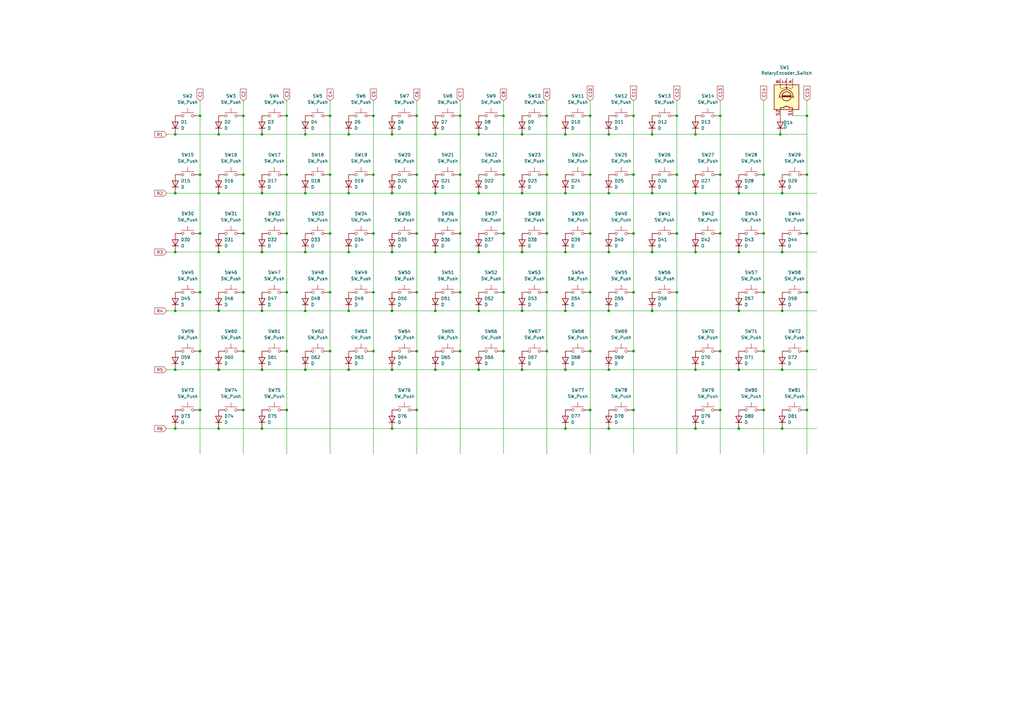
<source format=kicad_sch>
(kicad_sch (version 20231120) (generator "eeschema") (generator_version "8.0")
  (paper "A3")
  (junction (at 224.282 95.758))
  (junction (at 224.282 47.498))
  (junction (at 82.042 168.148))
  (junction (at 188.722 95.758))
  (junction (at 242.062 71.628))
  (junction (at 249.682 55.118))
  (junction (at 178.562 79.248))
  (junction (at 125.222 151.638))
  (junction (at 267.462 103.378))
  (junction (at 214.122 151.638))
  (junction (at 153.162 95.758))
  (junction (at 153.162 144.018))
  (junction (at 320.802 127.508))
  (junction (at 285.242 55.118))
  (junction (at 71.882 79.248))
  (junction (at 249.682 151.638))
  (junction (at 242.062 168.148))
  (junction (at 125.222 55.118))
  (junction (at 303.022 103.378))
  (junction (at 143.002 127.508))
  (junction (at 89.662 127.508))
  (junction (at 231.902 151.638))
  (junction (at 107.442 55.118))
  (junction (at 107.442 103.378))
  (junction (at 206.502 144.018))
  (junction (at 135.382 144.018))
  (junction (at 89.662 79.248))
  (junction (at 107.442 151.638))
  (junction (at 160.782 175.768))
  (junction (at 285.242 151.638))
  (junction (at 303.022 175.768))
  (junction (at 196.342 79.248))
  (junction (at 224.282 119.888))
  (junction (at 285.242 79.248))
  (junction (at 89.662 103.378))
  (junction (at 330.962 144.018))
  (junction (at 249.682 103.378))
  (junction (at 313.182 168.148))
  (junction (at 249.682 127.508))
  (junction (at 259.842 47.498))
  (junction (at 82.042 119.888))
  (junction (at 303.022 127.508))
  (junction (at 82.042 144.018))
  (junction (at 277.622 71.628))
  (junction (at 242.062 47.498))
  (junction (at 313.182 71.628))
  (junction (at 107.442 79.248))
  (junction (at 143.002 79.248))
  (junction (at 160.782 55.118))
  (junction (at 99.822 168.148))
  (junction (at 320.802 79.248))
  (junction (at 99.822 95.758))
  (junction (at 320.802 151.638))
  (junction (at 224.282 144.018))
  (junction (at 188.722 71.628))
  (junction (at 117.602 119.888))
  (junction (at 206.502 95.758))
  (junction (at 330.962 119.888))
  (junction (at 71.882 175.768))
  (junction (at 214.122 55.118))
  (junction (at 170.942 144.018))
  (junction (at 143.002 151.638))
  (junction (at 178.562 103.378))
  (junction (at 188.722 144.018))
  (junction (at 117.602 95.758))
  (junction (at 259.842 71.628))
  (junction (at 160.782 151.638))
  (junction (at 231.902 103.378))
  (junction (at 295.402 168.148))
  (junction (at 330.962 47.498))
  (junction (at 89.662 55.118))
  (junction (at 320.04 55.118))
  (junction (at 242.062 95.758))
  (junction (at 170.942 95.758))
  (junction (at 224.282 71.628))
  (junction (at 259.842 144.018))
  (junction (at 259.842 119.888))
  (junction (at 295.402 47.498))
  (junction (at 231.902 55.118))
  (junction (at 117.602 71.628))
  (junction (at 135.382 119.888))
  (junction (at 295.402 144.018))
  (junction (at 196.342 151.638))
  (junction (at 170.942 47.498))
  (junction (at 117.602 47.498))
  (junction (at 153.162 71.628))
  (junction (at 170.942 168.148))
  (junction (at 99.822 119.888))
  (junction (at 107.442 127.508))
  (junction (at 82.042 47.498))
  (junction (at 99.822 47.498))
  (junction (at 214.122 79.248))
  (junction (at 313.182 144.018))
  (junction (at 143.002 103.378))
  (junction (at 242.062 119.888))
  (junction (at 242.062 144.018))
  (junction (at 196.342 103.378))
  (junction (at 313.182 119.888))
  (junction (at 295.402 71.628))
  (junction (at 267.462 127.508))
  (junction (at 125.222 127.508))
  (junction (at 135.382 71.628))
  (junction (at 277.622 95.758))
  (junction (at 285.242 175.768))
  (junction (at 206.502 71.628))
  (junction (at 196.342 127.508))
  (junction (at 153.162 47.498))
  (junction (at 188.722 119.888))
  (junction (at 231.902 175.768))
  (junction (at 125.222 79.248))
  (junction (at 71.882 55.118))
  (junction (at 143.002 55.118))
  (junction (at 99.822 71.628))
  (junction (at 71.882 103.378))
  (junction (at 178.562 151.638))
  (junction (at 231.902 79.248))
  (junction (at 206.502 119.888))
  (junction (at 82.042 95.758))
  (junction (at 170.942 71.628))
  (junction (at 135.382 47.498))
  (junction (at 107.442 175.768))
  (junction (at 320.802 103.378))
  (junction (at 117.602 168.148))
  (junction (at 125.222 103.378))
  (junction (at 303.022 79.248))
  (junction (at 303.022 151.638))
  (junction (at 71.882 151.638))
  (junction (at 249.682 79.248))
  (junction (at 196.342 55.118))
  (junction (at 153.162 119.888))
  (junction (at 82.042 71.628))
  (junction (at 313.182 95.758))
  (junction (at 89.662 175.768))
  (junction (at 160.782 79.248))
  (junction (at 267.462 79.248))
  (junction (at 249.682 175.768))
  (junction (at 330.962 71.628))
  (junction (at 259.842 95.758))
  (junction (at 170.942 119.888))
  (junction (at 267.462 55.118))
  (junction (at 259.842 168.148))
  (junction (at 178.562 127.508))
  (junction (at 178.562 55.118))
  (junction (at 214.122 127.508))
  (junction (at 295.402 95.758))
  (junction (at 330.962 95.758))
  (junction (at 330.962 168.148))
  (junction (at 320.802 175.768))
  (junction (at 277.622 119.888))
  (junction (at 231.902 127.508))
  (junction (at 117.602 144.018))
  (junction (at 285.242 103.378))
  (junction (at 188.722 47.498))
  (junction (at 206.502 47.498))
  (junction (at 277.622 47.498))
  (junction (at 71.882 127.508))
  (junction (at 214.122 103.378))
  (junction (at 160.782 103.378))
  (junction (at 135.382 95.758))
  (junction (at 99.822 144.018))
  (junction (at 89.662 151.638))
  (junction (at 160.782 127.508))
  (wire (pts (xy 196.342 55.118) (xy 214.122 55.118)))
  (wire (pts (xy 153.162 144.018) (xy 153.162 186.182)))
  (wire (pts (xy 117.602 71.628) (xy 117.602 95.758)))
  (wire (pts (xy 330.962 119.888) (xy 330.962 144.018)))
  (wire (pts (xy 89.662 127.508) (xy 107.442 127.508)))
  (wire (pts (xy 295.402 95.758) (xy 295.402 144.018)))
  (wire (pts (xy 99.822 71.628) (xy 99.822 95.758)))
  (wire (pts (xy 214.122 151.638) (xy 231.902 151.638)))
  (wire (pts (xy 303.022 103.378) (xy 320.802 103.378)))
  (wire (pts (xy 320.802 175.768) (xy 335.026 175.768)))
  (wire (pts (xy 196.342 103.378) (xy 214.122 103.378)))
  (wire (pts (xy 249.682 127.508) (xy 267.462 127.508)))
  (wire (pts (xy 259.842 41.402) (xy 259.842 47.498)))
  (wire (pts (xy 259.842 95.758) (xy 259.842 119.888)))
  (wire (pts (xy 99.822 168.148) (xy 99.822 186.182)))
  (wire (pts (xy 224.282 41.402) (xy 224.282 47.498)))
  (wire (pts (xy 143.002 127.508) (xy 160.782 127.508)))
  (wire (pts (xy 242.062 168.148) (xy 242.062 186.182)))
  (wire (pts (xy 135.382 41.402) (xy 135.382 47.498)))
  (wire (pts (xy 249.682 103.378) (xy 267.462 103.378)))
  (wire (pts (xy 325.12 47.498) (xy 330.962 47.498)))
  (wire (pts (xy 82.042 95.758) (xy 82.042 119.888)))
  (wire (pts (xy 82.042 144.018) (xy 82.042 168.148)))
  (wire (pts (xy 68.326 127.508) (xy 71.882 127.508)))
  (wire (pts (xy 231.902 55.118) (xy 249.682 55.118)))
  (wire (pts (xy 206.502 71.628) (xy 206.502 95.758)))
  (wire (pts (xy 135.382 119.888) (xy 135.382 144.018)))
  (wire (pts (xy 231.902 103.378) (xy 249.682 103.378)))
  (wire (pts (xy 320.04 55.118) (xy 330.962 55.118)))
  (wire (pts (xy 242.062 47.498) (xy 242.062 71.628)))
  (wire (pts (xy 231.902 151.638) (xy 249.682 151.638)))
  (wire (pts (xy 125.222 103.378) (xy 143.002 103.378)))
  (wire (pts (xy 320.802 103.378) (xy 335.026 103.378)))
  (wire (pts (xy 117.602 47.498) (xy 117.602 71.628)))
  (wire (pts (xy 178.562 151.638) (xy 196.342 151.638)))
  (wire (pts (xy 89.662 103.378) (xy 107.442 103.378)))
  (wire (pts (xy 160.782 175.768) (xy 231.902 175.768)))
  (wire (pts (xy 117.602 144.018) (xy 117.602 168.148)))
  (wire (pts (xy 295.402 168.148) (xy 295.402 186.182)))
  (wire (pts (xy 170.942 41.402) (xy 170.942 47.498)))
  (wire (pts (xy 160.782 55.118) (xy 178.562 55.118)))
  (wire (pts (xy 71.882 103.378) (xy 89.662 103.378)))
  (wire (pts (xy 82.042 71.628) (xy 82.042 95.758)))
  (wire (pts (xy 330.962 95.758) (xy 330.962 119.888)))
  (wire (pts (xy 99.822 47.498) (xy 99.822 71.628)))
  (wire (pts (xy 267.462 103.378) (xy 285.242 103.378)))
  (wire (pts (xy 196.342 79.248) (xy 214.122 79.248)))
  (wire (pts (xy 285.242 151.638) (xy 303.022 151.638)))
  (wire (pts (xy 330.962 41.402) (xy 330.962 47.498)))
  (wire (pts (xy 330.962 71.628) (xy 330.962 95.758)))
  (wire (pts (xy 153.162 95.758) (xy 153.162 119.888)))
  (wire (pts (xy 295.402 41.402) (xy 295.402 47.498)))
  (wire (pts (xy 206.502 119.888) (xy 206.502 144.018)))
  (wire (pts (xy 303.022 127.508) (xy 320.802 127.508)))
  (wire (pts (xy 277.622 119.888) (xy 277.622 186.182)))
  (wire (pts (xy 135.382 95.758) (xy 135.382 119.888)))
  (wire (pts (xy 170.942 144.018) (xy 170.942 168.148)))
  (wire (pts (xy 153.162 41.402) (xy 153.162 47.498)))
  (wire (pts (xy 259.842 47.498) (xy 259.842 71.628)))
  (wire (pts (xy 277.622 71.628) (xy 277.622 95.758)))
  (wire (pts (xy 143.002 55.118) (xy 160.782 55.118)))
  (wire (pts (xy 135.382 47.498) (xy 135.382 71.628)))
  (wire (pts (xy 259.842 71.628) (xy 259.842 95.758)))
  (wire (pts (xy 143.002 151.638) (xy 160.782 151.638)))
  (wire (pts (xy 68.326 79.248) (xy 71.882 79.248)))
  (wire (pts (xy 117.602 95.758) (xy 117.602 119.888)))
  (wire (pts (xy 313.182 41.402) (xy 313.182 71.628)))
  (wire (pts (xy 214.122 55.118) (xy 231.902 55.118)))
  (wire (pts (xy 170.942 168.148) (xy 170.942 186.182)))
  (wire (pts (xy 224.282 71.628) (xy 224.282 95.758)))
  (wire (pts (xy 68.326 103.378) (xy 71.882 103.378)))
  (wire (pts (xy 188.722 71.628) (xy 188.722 95.758)))
  (wire (pts (xy 277.622 95.758) (xy 277.622 119.888)))
  (wire (pts (xy 285.242 103.378) (xy 303.022 103.378)))
  (wire (pts (xy 153.162 71.628) (xy 153.162 95.758)))
  (wire (pts (xy 285.242 175.768) (xy 303.022 175.768)))
  (wire (pts (xy 231.902 175.768) (xy 249.682 175.768)))
  (wire (pts (xy 249.682 55.118) (xy 267.462 55.118)))
  (wire (pts (xy 160.782 103.378) (xy 178.562 103.378)))
  (wire (pts (xy 170.942 47.498) (xy 170.942 71.628)))
  (wire (pts (xy 295.402 47.498) (xy 295.402 71.628)))
  (wire (pts (xy 89.662 151.638) (xy 107.442 151.638)))
  (wire (pts (xy 303.022 175.768) (xy 320.802 175.768)))
  (wire (pts (xy 125.222 151.638) (xy 143.002 151.638)))
  (wire (pts (xy 178.562 103.378) (xy 196.342 103.378)))
  (wire (pts (xy 277.622 47.498) (xy 277.622 71.628)))
  (wire (pts (xy 71.882 151.638) (xy 89.662 151.638)))
  (wire (pts (xy 188.722 144.018) (xy 188.722 186.182)))
  (wire (pts (xy 224.282 95.758) (xy 224.282 119.888)))
  (wire (pts (xy 107.442 151.638) (xy 125.222 151.638)))
  (wire (pts (xy 188.722 119.888) (xy 188.722 144.018)))
  (wire (pts (xy 188.722 41.402) (xy 188.722 47.498)))
  (wire (pts (xy 170.942 119.888) (xy 170.942 144.018)))
  (wire (pts (xy 214.122 127.508) (xy 231.902 127.508)))
  (wire (pts (xy 313.182 168.148) (xy 313.182 186.182)))
  (wire (pts (xy 135.382 144.018) (xy 135.382 186.182)))
  (wire (pts (xy 320.802 151.638) (xy 335.026 151.638)))
  (wire (pts (xy 178.562 55.118) (xy 196.342 55.118)))
  (wire (pts (xy 160.782 127.508) (xy 178.562 127.508)))
  (wire (pts (xy 295.402 71.628) (xy 295.402 95.758)))
  (wire (pts (xy 68.326 55.118) (xy 71.882 55.118)))
  (wire (pts (xy 153.162 47.498) (xy 153.162 71.628)))
  (wire (pts (xy 206.502 41.402) (xy 206.502 47.498)))
  (wire (pts (xy 242.062 119.888) (xy 242.062 144.018)))
  (wire (pts (xy 313.182 144.018) (xy 313.182 168.148)))
  (wire (pts (xy 71.882 55.118) (xy 89.662 55.118)))
  (wire (pts (xy 303.022 79.248) (xy 320.802 79.248)))
  (wire (pts (xy 206.502 95.758) (xy 206.502 119.888)))
  (wire (pts (xy 249.682 79.248) (xy 267.462 79.248)))
  (wire (pts (xy 313.182 119.888) (xy 313.182 144.018)))
  (wire (pts (xy 242.062 144.018) (xy 242.062 168.148)))
  (wire (pts (xy 267.462 127.508) (xy 303.022 127.508)))
  (wire (pts (xy 107.442 79.248) (xy 125.222 79.248)))
  (wire (pts (xy 285.242 79.248) (xy 303.022 79.248)))
  (wire (pts (xy 267.462 79.248) (xy 285.242 79.248)))
  (wire (pts (xy 71.882 79.248) (xy 89.662 79.248)))
  (wire (pts (xy 153.162 119.888) (xy 153.162 144.018)))
  (wire (pts (xy 99.822 119.888) (xy 99.822 144.018)))
  (wire (pts (xy 99.822 144.018) (xy 99.822 168.148)))
  (wire (pts (xy 330.962 47.498) (xy 330.962 71.628)))
  (wire (pts (xy 214.122 79.248) (xy 231.902 79.248)))
  (wire (pts (xy 313.182 95.758) (xy 313.182 119.888)))
  (wire (pts (xy 125.222 55.118) (xy 143.002 55.118)))
  (wire (pts (xy 242.062 41.402) (xy 242.062 47.498)))
  (wire (pts (xy 89.662 175.768) (xy 107.442 175.768)))
  (wire (pts (xy 188.722 95.758) (xy 188.722 119.888)))
  (wire (pts (xy 188.722 47.498) (xy 188.722 71.628)))
  (wire (pts (xy 277.622 41.402) (xy 277.622 47.498)))
  (wire (pts (xy 249.682 151.638) (xy 285.242 151.638)))
  (wire (pts (xy 224.282 119.888) (xy 224.282 144.018)))
  (wire (pts (xy 107.442 55.118) (xy 125.222 55.118)))
  (wire (pts (xy 242.062 71.628) (xy 242.062 95.758)))
  (wire (pts (xy 68.326 175.768) (xy 71.882 175.768)))
  (wire (pts (xy 82.042 168.148) (xy 82.042 186.182)))
  (wire (pts (xy 170.942 95.758) (xy 170.942 119.888)))
  (wire (pts (xy 82.042 47.498) (xy 82.042 71.628)))
  (wire (pts (xy 206.502 144.018) (xy 206.502 186.182)))
  (wire (pts (xy 214.122 103.378) (xy 231.902 103.378)))
  (wire (pts (xy 224.282 47.498) (xy 224.282 71.628)))
  (wire (pts (xy 231.902 79.248) (xy 249.682 79.248)))
  (wire (pts (xy 330.962 144.018) (xy 330.962 168.148)))
  (wire (pts (xy 267.462 55.118) (xy 285.242 55.118)))
  (wire (pts (xy 224.282 144.018) (xy 224.282 186.182)))
  (wire (pts (xy 135.382 71.628) (xy 135.382 95.758)))
  (wire (pts (xy 117.602 168.148) (xy 117.602 186.182)))
  (wire (pts (xy 125.222 127.508) (xy 143.002 127.508)))
  (wire (pts (xy 107.442 175.768) (xy 160.782 175.768)))
  (wire (pts (xy 330.962 168.148) (xy 330.962 186.182)))
  (wire (pts (xy 71.882 127.508) (xy 89.662 127.508)))
  (wire (pts (xy 125.222 79.248) (xy 143.002 79.248)))
  (wire (pts (xy 206.502 47.498) (xy 206.502 71.628)))
  (wire (pts (xy 313.182 71.628) (xy 313.182 95.758)))
  (wire (pts (xy 89.662 79.248) (xy 107.442 79.248)))
  (wire (pts (xy 82.042 41.402) (xy 82.042 47.498)))
  (wire (pts (xy 68.326 151.638) (xy 71.882 151.638)))
  (wire (pts (xy 71.882 175.768) (xy 89.662 175.768)))
  (wire (pts (xy 178.562 127.508) (xy 196.342 127.508)))
  (wire (pts (xy 320.802 79.248) (xy 335.026 79.248)))
  (wire (pts (xy 295.402 144.018) (xy 295.402 168.148)))
  (wire (pts (xy 89.662 55.118) (xy 107.442 55.118)))
  (wire (pts (xy 160.782 79.248) (xy 178.562 79.248)))
  (wire (pts (xy 285.242 55.118) (xy 320.04 55.118)))
  (wire (pts (xy 231.902 127.508) (xy 249.682 127.508)))
  (wire (pts (xy 196.342 151.638) (xy 214.122 151.638)))
  (wire (pts (xy 259.842 144.018) (xy 259.842 168.148)))
  (wire (pts (xy 117.602 41.402) (xy 117.602 47.498)))
  (wire (pts (xy 242.062 95.758) (xy 242.062 119.888)))
  (wire (pts (xy 170.942 71.628) (xy 170.942 95.758)))
  (wire (pts (xy 143.002 103.378) (xy 160.782 103.378)))
  (wire (pts (xy 249.682 175.768) (xy 285.242 175.768)))
  (wire (pts (xy 117.602 119.888) (xy 117.602 144.018)))
  (wire (pts (xy 178.562 79.248) (xy 196.342 79.248)))
  (wire (pts (xy 99.822 95.758) (xy 99.822 119.888)))
  (wire (pts (xy 143.002 79.248) (xy 160.782 79.248)))
  (wire (pts (xy 303.022 151.638) (xy 320.802 151.638)))
  (wire (pts (xy 259.842 119.888) (xy 259.842 144.018)))
  (wire (pts (xy 196.342 127.508) (xy 214.122 127.508)))
  (wire (pts (xy 82.042 119.888) (xy 82.042 144.018)))
  (wire (pts (xy 107.442 103.378) (xy 125.222 103.378)))
  (wire (pts (xy 160.782 151.638) (xy 178.562 151.638)))
  (wire (pts (xy 99.822 41.402) (xy 99.822 47.498)))
  (wire (pts (xy 259.842 168.148) (xy 259.842 186.182)))
  (wire (pts (xy 107.442 127.508) (xy 125.222 127.508)))
  (wire (pts (xy 320.802 127.508) (xy 335.026 127.508)))
  (global_label "C1" (shape input) (at 82.042 41.402 90) (property "Intersheetrefs" "${INTERSHEET_REFS}" (effects (hide yes))))
  (global_label "C12" (shape input) (at 277.622 41.402 90) (property "Intersheetrefs" "${INTERSHEET_REFS}" (effects (hide yes))))
  (global_label "R6" (shape input) (at 68.326 175.768 180) (property "Intersheetrefs" "${INTERSHEET_REFS}" (effects (hide yes))))
  (global_label "C11" (shape input) (at 259.842 41.402 90) (property "Intersheetrefs" "${INTERSHEET_REFS}" (effects (hide yes))))
  (global_label "C8" (shape input) (at 206.502 41.402 90) (property "Intersheetrefs" "${INTERSHEET_REFS}" (effects (hide yes))))
  (global_label "C13" (shape input) (at 295.402 41.402 90) (property "Intersheetrefs" "${INTERSHEET_REFS}" (effects (hide yes))))
  (global_label "C6" (shape input) (at 170.942 41.402 90) (property "Intersheetrefs" "${INTERSHEET_REFS}" (effects (hide yes))))
  (global_label "C10" (shape input) (at 242.062 41.402 90) (property "Intersheetrefs" "${INTERSHEET_REFS}" (effects (hide yes))))
  (global_label "C2" (shape input) (at 99.822 41.402 90) (property "Intersheetrefs" "${INTERSHEET_REFS}" (effects (hide yes))))
  (global_label "C14" (shape input) (at 313.182 41.402 90) (property "Intersheetrefs" "${INTERSHEET_REFS}" (effects (hide yes))))
  (global_label "C5" (shape input) (at 153.162 41.402 90) (property "Intersheetrefs" "${INTERSHEET_REFS}" (effects (hide yes))))
  (global_label "R4" (shape input) (at 68.326 127.508 180) (property "Intersheetrefs" "${INTERSHEET_REFS}" (effects (hide yes))))
  (global_label "C3" (shape input) (at 117.602 41.402 90) (property "Intersheetrefs" "${INTERSHEET_REFS}" (effects (hide yes))))
  (global_label "R1" (shape input) (at 68.326 55.118 180) (property "Intersheetrefs" "${INTERSHEET_REFS}" (effects (hide yes))))
  (global_label "C4" (shape input) (at 135.382 41.402 90) (property "Intersheetrefs" "${INTERSHEET_REFS}" (effects (hide yes))))
  (global_label "C7" (shape input) (at 188.722 41.402 90) (property "Intersheetrefs" "${INTERSHEET_REFS}" (effects (hide yes))))
  (global_label "C15" (shape input) (at 330.962 41.402 90) (property "Intersheetrefs" "${INTERSHEET_REFS}" (effects (hide yes))))
  (global_label "R3" (shape input) (at 68.326 103.378 180) (property "Intersheetrefs" "${INTERSHEET_REFS}" (effects (hide yes))))
  (global_label "C9" (shape input) (at 224.282 41.402 90) (property "Intersheetrefs" "${INTERSHEET_REFS}" (effects (hide yes))))
  (global_label "R2" (shape input) (at 68.326 79.248 180) (property "Intersheetrefs" "${INTERSHEET_REFS}" (effects (hide yes))))
  (global_label "R5" (shape input) (at 68.326 151.638 180) (property "Intersheetrefs" "${INTERSHEET_REFS}" (effects (hide yes))))
  (symbol (lib_id "Device:D") (at 178.562 75.438 90) (unit 1)
    (property "Reference" "D21" (at 180.848 74.1679 90) (effects (justify right)))
    (property "Value" "D" (at 180.848 76.7079 90) (effects (justify right)))
    (property "Footprint" "ScottoKeebs_Components:Diode_SOD-123" (effects (hide yes)))
    (property "Description" "Diode" (effects (hide yes)))
    (property "Sim.Device" "D" (effects (hide yes)))
    (property "Sim.Pins" "1=K 2=A" (effects (hide yes)))
  )
  (symbol (lib_id "Device:D") (at 285.242 75.438 90) (unit 1)
    (property "Reference" "D27" (at 287.528 74.1679 90) (effects (justify right)))
    (property "Value" "D" (at 287.528 76.7079 90) (effects (justify right)))
    (property "Footprint" "ScottoKeebs_Components:Diode_SOD-123" (effects (hide yes)))
    (property "Description" "Diode" (effects (hide yes)))
    (property "Sim.Device" "D" (effects (hide yes)))
    (property "Sim.Pins" "1=K 2=A" (effects (hide yes)))
  )
  (symbol (lib_id "Switch:SW_Push") (at 325.882 119.888 0) (unit 1)
    (property "Reference" "SW58" (at 325.882 111.76 0))
    (property "Value" "SW_Push" (at 325.882 114.3 0))
    (property "Footprint" "ScottoKeebs_Hotswap:Hotswap_MX_1.00u" (effects (hide yes)))
    (property "Description" "Push button switch, generic, two pins" (effects (hide yes)))
  )
  (symbol (lib_id "Switch:SW_Push") (at 254.762 168.148 0) (unit 1)
    (property "Reference" "SW78" (at 254.762 160.02 0))
    (property "Value" "SW_Push" (at 254.762 162.56 0))
    (property "Footprint" "ScottoKeebs_Hotswap:Hotswap_MX_1.25u" (effects (hide yes)))
    (property "Description" "Push button switch, generic, two pins" (effects (hide yes)))
  )
  (symbol (lib_id "Device:D") (at 231.902 99.568 90) (unit 1)
    (property "Reference" "D39" (at 234.188 98.2979 90) (effects (justify right)))
    (property "Value" "D" (at 234.188 100.8379 90) (effects (justify right)))
    (property "Footprint" "ScottoKeebs_Components:Diode_SOD-123" (effects (hide yes)))
    (property "Description" "Diode" (effects (hide yes)))
    (property "Sim.Device" "D" (effects (hide yes)))
    (property "Sim.Pins" "1=K 2=A" (effects (hide yes)))
  )
  (symbol (lib_id "Switch:SW_Push") (at 112.522 95.758 0) (unit 1)
    (property "Reference" "SW32" (at 112.522 87.63 0))
    (property "Value" "SW_Push" (at 112.522 90.17 0))
    (property "Footprint" "ScottoKeebs_Hotswap:Hotswap_MX_1.00u" (effects (hide yes)))
    (property "Description" "Push button switch, generic, two pins" (effects (hide yes)))
  )
  (symbol (lib_id "Device:D") (at 214.122 123.698 90) (unit 1)
    (property "Reference" "D53" (at 216.408 122.4279 90) (effects (justify right)))
    (property "Value" "D" (at 216.408 124.9679 90) (effects (justify right)))
    (property "Footprint" "ScottoKeebs_Components:Diode_SOD-123" (effects (hide yes)))
    (property "Description" "Diode" (effects (hide yes)))
    (property "Sim.Device" "D" (effects (hide yes)))
    (property "Sim.Pins" "1=K 2=A" (effects (hide yes)))
  )
  (symbol (lib_id "Switch:SW_Push") (at 112.522 144.018 0) (unit 1)
    (property "Reference" "SW61" (at 112.522 135.89 0))
    (property "Value" "SW_Push" (at 112.522 138.43 0))
    (property "Footprint" "ScottoKeebs_Hotswap:Hotswap_MX_1.00u" (effects (hide yes)))
    (property "Description" "Push button switch, generic, two pins" (effects (hide yes)))
  )
  (symbol (lib_id "Device:D") (at 89.662 123.698 90) (unit 1)
    (property "Reference" "D46" (at 91.948 122.4279 90) (effects (justify right)))
    (property "Value" "D" (at 91.948 124.9679 90) (effects (justify right)))
    (property "Footprint" "ScottoKeebs_Components:Diode_SOD-123" (effects (hide yes)))
    (property "Description" "Diode" (effects (hide yes)))
    (property "Sim.Device" "D" (effects (hide yes)))
    (property "Sim.Pins" "1=K 2=A" (effects (hide yes)))
  )
  (symbol (lib_id "Switch:SW_Push") (at 290.322 47.498 0) (unit 1)
    (property "Reference" "SW14" (at 290.322 39.37 0))
    (property "Value" "SW_Push" (at 290.322 41.91 0))
    (property "Footprint" "ScottoKeebs_Hotswap:Hotswap_MX_1.00u" (effects (hide yes)))
    (property "Description" "Push button switch, generic, two pins" (effects (hide yes)))
  )
  (symbol (lib_id "Switch:SW_Push") (at 94.742 95.758 0) (unit 1)
    (property "Reference" "SW31" (at 94.742 87.63 0))
    (property "Value" "SW_Push" (at 94.742 90.17 0))
    (property "Footprint" "ScottoKeebs_Hotswap:Hotswap_MX_1.00u" (effects (hide yes)))
    (property "Description" "Push button switch, generic, two pins" (effects (hide yes)))
  )
  (symbol (lib_id "Device:D") (at 196.342 51.308 90) (unit 1)
    (property "Reference" "D8" (at 198.628 50.0379 90) (effects (justify right)))
    (property "Value" "D" (at 198.628 52.5779 90) (effects (justify right)))
    (property "Footprint" "ScottoKeebs_Components:Diode_SOD-123" (effects (hide yes)))
    (property "Description" "Diode" (effects (hide yes)))
    (property "Sim.Device" "D" (effects (hide yes)))
    (property "Sim.Pins" "1=K 2=A" (effects (hide yes)))
  )
  (symbol (lib_id "Device:D") (at 125.222 75.438 90) (unit 1)
    (property "Reference" "D18" (at 127.508 74.1679 90) (effects (justify right)))
    (property "Value" "D" (at 127.508 76.7079 90) (effects (justify right)))
    (property "Footprint" "ScottoKeebs_Components:Diode_SOD-123" (effects (hide yes)))
    (property "Description" "Diode" (effects (hide yes)))
    (property "Sim.Device" "D" (effects (hide yes)))
    (property "Sim.Pins" "1=K 2=A" (effects (hide yes)))
  )
  (symbol (lib_id "Switch:SW_Push") (at 325.882 95.758 0) (unit 1)
    (property "Reference" "SW44" (at 325.882 87.63 0))
    (property "Value" "SW_Push" (at 325.882 90.17 0))
    (property "Footprint" "ScottoKeebs_Hotswap:Hotswap_MX_1.00u" (effects (hide yes)))
    (property "Description" "Push button switch, generic, two pins" (effects (hide yes)))
  )
  (symbol (lib_id "Switch:SW_Push") (at 76.962 168.148 0) (unit 1)
    (property "Reference" "SW73" (at 76.962 160.02 0))
    (property "Value" "SW_Push" (at 76.962 162.56 0))
    (property "Footprint" "ScottoKeebs_Hotswap:Hotswap_MX_1.25u" (effects (hide yes)))
    (property "Description" "Push button switch, generic, two pins" (effects (hide yes)))
  )
  (symbol (lib_id "Switch:SW_Push") (at 183.642 71.628 0) (unit 1)
    (property "Reference" "SW21" (at 183.642 63.5 0))
    (property "Value" "SW_Push" (at 183.642 66.04 0))
    (property "Footprint" "ScottoKeebs_Hotswap:Hotswap_MX_1.00u" (effects (hide yes)))
    (property "Description" "Push button switch, generic, two pins" (effects (hide yes)))
  )
  (symbol (lib_id "Device:D") (at 107.442 171.958 90) (unit 1)
    (property "Reference" "D75" (at 109.728 170.6879 90) (effects (justify right)))
    (property "Value" "D" (at 109.728 173.2279 90) (effects (justify right)))
    (property "Footprint" "ScottoKeebs_Components:Diode_SOD-123" (effects (hide yes)))
    (property "Description" "Diode" (effects (hide yes)))
    (property "Sim.Device" "D" (effects (hide yes)))
    (property "Sim.Pins" "1=K 2=A" (effects (hide yes)))
  )
  (symbol (lib_id "Switch:SW_Push") (at 254.762 144.018 0) (unit 1)
    (property "Reference" "SW69" (at 254.762 135.89 0))
    (property "Value" "SW_Push" (at 254.762 138.43 0))
    (property "Footprint" "ScottoKeebs_Hotswap:Hotswap_MX_1.00u" (effects (hide yes)))
    (property "Description" "Push button switch, generic, two pins" (effects (hide yes)))
  )
  (symbol (lib_id "Switch:SW_Push") (at 76.962 47.498 0) (unit 1)
    (property "Reference" "SW2" (at 76.962 39.37 0))
    (property "Value" "SW_Push" (at 76.962 41.91 0))
    (property "Footprint" "ScottoKeebs_Hotswap:Hotswap_MX_1.00u" (effects (hide yes)))
    (property "Description" "Push button switch, generic, two pins" (effects (hide yes)))
  )
  (symbol (lib_id "Device:D") (at 143.002 99.568 90) (unit 1)
    (property "Reference" "D34" (at 145.288 98.2979 90) (effects (justify right)))
    (property "Value" "D" (at 145.288 100.8379 90) (effects (justify right)))
    (property "Footprint" "ScottoKeebs_Components:Diode_SOD-123" (effects (hide yes)))
    (property "Description" "Diode" (effects (hide yes)))
    (property "Sim.Device" "D" (effects (hide yes)))
    (property "Sim.Pins" "1=K 2=A" (effects (hide yes)))
  )
  (symbol (lib_id "Switch:SW_Push") (at 94.742 47.498 0) (unit 1)
    (property "Reference" "SW3" (at 94.742 39.37 0))
    (property "Value" "SW_Push" (at 94.742 41.91 0))
    (property "Footprint" "ScottoKeebs_Hotswap:Hotswap_MX_1.00u" (effects (hide yes)))
    (property "Description" "Push button switch, generic, two pins" (effects (hide yes)))
  )
  (symbol (lib_id "Device:D") (at 231.902 51.308 90) (unit 1)
    (property "Reference" "D10" (at 234.188 50.0379 90) (effects (justify right)))
    (property "Value" "D" (at 234.188 52.5779 90) (effects (justify right)))
    (property "Footprint" "ScottoKeebs_Components:Diode_SOD-123" (effects (hide yes)))
    (property "Description" "Diode" (effects (hide yes)))
    (property "Sim.Device" "D" (effects (hide yes)))
    (property "Sim.Pins" "1=K 2=A" (effects (hide yes)))
  )
  (symbol (lib_id "Switch:SW_Push") (at 219.202 144.018 0) (unit 1)
    (property "Reference" "SW67" (at 219.202 135.89 0))
    (property "Value" "SW_Push" (at 219.202 138.43 0))
    (property "Footprint" "ScottoKeebs_Hotswap:Hotswap_MX_1.00u" (effects (hide yes)))
    (property "Description" "Push button switch, generic, two pins" (effects (hide yes)))
  )
  (symbol (lib_id "Switch:SW_Push") (at 165.862 119.888 0) (unit 1)
    (property "Reference" "SW50" (at 165.862 111.76 0))
    (property "Value" "SW_Push" (at 165.862 114.3 0))
    (property "Footprint" "ScottoKeebs_Hotswap:Hotswap_MX_1.00u" (effects (hide yes)))
    (property "Description" "Push button switch, generic, two pins" (effects (hide yes)))
  )
  (symbol (lib_id "Switch:SW_Push") (at 219.202 119.888 0) (unit 1)
    (property "Reference" "SW53" (at 219.202 111.76 0))
    (property "Value" "SW_Push" (at 219.202 114.3 0))
    (property "Footprint" "ScottoKeebs_Hotswap:Hotswap_MX_1.00u" (effects (hide yes)))
    (property "Description" "Push button switch, generic, two pins" (effects (hide yes)))
  )
  (symbol (lib_id "Switch:SW_Push") (at 219.202 47.498 0) (unit 1)
    (property "Reference" "SW10" (at 219.202 39.37 0))
    (property "Value" "SW_Push" (at 219.202 41.91 0))
    (property "Footprint" "ScottoKeebs_Hotswap:Hotswap_MX_1.00u" (effects (hide yes)))
    (property "Description" "Push button switch, generic, two pins" (effects (hide yes)))
  )
  (symbol (lib_id "Switch:SW_Push") (at 148.082 119.888 0) (unit 1)
    (property "Reference" "SW49" (at 148.082 111.76 0))
    (property "Value" "SW_Push" (at 148.082 114.3 0))
    (property "Footprint" "ScottoKeebs_Hotswap:Hotswap_MX_1.00u" (effects (hide yes)))
    (property "Description" "Push button switch, generic, two pins" (effects (hide yes)))
  )
  (symbol (lib_id "Switch:SW_Push") (at 272.542 71.628 0) (unit 1)
    (property "Reference" "SW26" (at 272.542 63.5 0))
    (property "Value" "SW_Push" (at 272.542 66.04 0))
    (property "Footprint" "ScottoKeebs_Hotswap:Hotswap_MX_1.00u" (effects (hide yes)))
    (property "Description" "Push button switch, generic, two pins" (effects (hide yes)))
  )
  (symbol (lib_id "Switch:SW_Push") (at 76.962 95.758 0) (unit 1)
    (property "Reference" "SW30" (at 76.962 87.63 0))
    (property "Value" "SW_Push" (at 76.962 90.17 0))
    (property "Footprint" "ScottoKeebs_Hotswap:Hotswap_MX_1.50u" (effects (hide yes)))
    (property "Description" "Push button switch, generic, two pins" (effects (hide yes)))
  )
  (symbol (lib_id "Device:D") (at 303.022 75.438 90) (unit 1)
    (property "Reference" "D28" (at 305.308 74.1679 90) (effects (justify right)))
    (property "Value" "D" (at 305.308 76.7079 90) (effects (justify right)))
    (property "Footprint" "ScottoKeebs_Components:Diode_SOD-123" (effects (hide yes)))
    (property "Description" "Diode" (effects (hide yes)))
    (property "Sim.Device" "D" (effects (hide yes)))
    (property "Sim.Pins" "1=K 2=A" (effects (hide yes)))
  )
  (symbol (lib_id "Device:D") (at 107.442 147.828 90) (unit 1)
    (property "Reference" "D61" (at 109.728 146.5579 90) (effects (justify right)))
    (property "Value" "D" (at 109.728 149.0979 90) (effects (justify right)))
    (property "Footprint" "ScottoKeebs_Components:Diode_SOD-123" (effects (hide yes)))
    (property "Description" "Diode" (effects (hide yes)))
    (property "Sim.Device" "D" (effects (hide yes)))
    (property "Sim.Pins" "1=K 2=A" (effects (hide yes)))
  )
  (symbol (lib_id "Device:D") (at 143.002 123.698 90) (unit 1)
    (property "Reference" "D49" (at 145.288 122.4279 90) (effects (justify right)))
    (property "Value" "D" (at 145.288 124.9679 90) (effects (justify right)))
    (property "Footprint" "ScottoKeebs_Components:Diode_SOD-123" (effects (hide yes)))
    (property "Description" "Diode" (effects (hide yes)))
    (property "Sim.Device" "D" (effects (hide yes)))
    (property "Sim.Pins" "1=K 2=A" (effects (hide yes)))
  )
  (symbol (lib_id "Switch:SW_Push") (at 165.862 71.628 0) (unit 1)
    (property "Reference" "SW20" (at 165.862 63.5 0))
    (property "Value" "SW_Push" (at 165.862 66.04 0))
    (property "Footprint" "ScottoKeebs_Hotswap:Hotswap_MX_1.00u" (effects (hide yes)))
    (property "Description" "Push button switch, generic, two pins" (effects (hide yes)))
  )
  (symbol (lib_id "Device:D") (at 196.342 99.568 90) (unit 1)
    (property "Reference" "D37" (at 198.628 98.2979 90) (effects (justify right)))
    (property "Value" "D" (at 198.628 100.8379 90) (effects (justify right)))
    (property "Footprint" "ScottoKeebs_Components:Diode_SOD-123" (effects (hide yes)))
    (property "Description" "Diode" (effects (hide yes)))
    (property "Sim.Device" "D" (effects (hide yes)))
    (property "Sim.Pins" "1=K 2=A" (effects (hide yes)))
  )
  (symbol (lib_id "Switch:SW_Push") (at 236.982 144.018 0) (unit 1)
    (property "Reference" "SW68" (at 236.982 135.89 0))
    (property "Value" "SW_Push" (at 236.982 138.43 0))
    (property "Footprint" "ScottoKeebs_Hotswap:Hotswap_MX_1.00u" (effects (hide yes)))
    (property "Description" "Push button switch, generic, two pins" (effects (hide yes)))
  )
  (symbol (lib_id "Device:D") (at 89.662 147.828 90) (unit 1)
    (property "Reference" "D60" (at 91.948 146.5579 90) (effects (justify right)))
    (property "Value" "D" (at 91.948 149.0979 90) (effects (justify right)))
    (property "Footprint" "ScottoKeebs_Components:Diode_SOD-123" (effects (hide yes)))
    (property "Description" "Diode" (effects (hide yes)))
    (property "Sim.Device" "D" (effects (hide yes)))
    (property "Sim.Pins" "1=K 2=A" (effects (hide yes)))
  )
  (symbol (lib_id "Device:D") (at 303.022 171.958 90) (unit 1)
    (property "Reference" "D80" (at 305.308 170.6879 90) (effects (justify right)))
    (property "Value" "D" (at 305.308 173.2279 90) (effects (justify right)))
    (property "Footprint" "ScottoKeebs_Components:Diode_SOD-123" (effects (hide yes)))
    (property "Description" "Diode" (effects (hide yes)))
    (property "Sim.Device" "D" (effects (hide yes)))
    (property "Sim.Pins" "1=K 2=A" (effects (hide yes)))
  )
  (symbol (lib_id "Device:D") (at 320.04 51.308 90) (unit 1)
    (property "Reference" "D14" (at 321.31 50.292 90) (effects (justify right)))
    (property "Value" "D" (at 321.31 52.07 90) (effects (justify right)))
    (property "Footprint" "ScottoKeebs_Components:Diode_SOD-123" (effects (hide yes)))
    (property "Description" "Diode" (effects (hide yes)))
    (property "Sim.Device" "D" (effects (hide yes)))
    (property "Sim.Pins" "1=K 2=A" (effects (hide yes)))
  )
  (symbol (lib_id "Device:D") (at 196.342 147.828 90) (unit 1)
    (property "Reference" "D66" (at 198.628 146.5579 90) (effects (justify right)))
    (property "Value" "D" (at 198.628 149.0979 90) (effects (justify right)))
    (property "Footprint" "ScottoKeebs_Components:Diode_SOD-123" (effects (hide yes)))
    (property "Description" "Diode" (effects (hide yes)))
    (property "Sim.Device" "D" (effects (hide yes)))
    (property "Sim.Pins" "1=K 2=A" (effects (hide yes)))
  )
  (symbol (lib_id "Device:D") (at 71.882 75.438 90) (unit 1)
    (property "Reference" "D15" (at 74.168 74.1679 90) (effects (justify right)))
    (property "Value" "D" (at 74.168 76.7079 90) (effects (justify right)))
    (property "Footprint" "ScottoKeebs_Components:Diode_SOD-123" (effects (hide yes)))
    (property "Description" "Diode" (effects (hide yes)))
    (property "Sim.Device" "D" (effects (hide yes)))
    (property "Sim.Pins" "1=K 2=A" (effects (hide yes)))
  )
  (symbol (lib_id "Switch:SW_Push") (at 165.862 47.498 0) (unit 1)
    (property "Reference" "SW7" (at 165.862 39.37 0))
    (property "Value" "SW_Push" (at 165.862 41.91 0))
    (property "Footprint" "ScottoKeebs_Hotswap:Hotswap_MX_1.00u" (effects (hide yes)))
    (property "Description" "Push button switch, generic, two pins" (effects (hide yes)))
  )
  (symbol (lib_id "Switch:SW_Push") (at 308.102 119.888 0) (unit 1)
    (property "Reference" "SW57" (at 308.102 111.76 0))
    (property "Value" "SW_Push" (at 308.102 114.3 0))
    (property "Footprint" "ScottoKeebs_Hotswap:Hotswap_MX_2.25u" (effects (hide yes)))
    (property "Description" "Push button switch, generic, two pins" (effects (hide yes)))
  )
  (symbol (lib_id "Switch:SW_Push") (at 130.302 119.888 0) (unit 1)
    (property "Reference" "SW48" (at 130.302 111.76 0))
    (property "Value" "SW_Push" (at 130.302 114.3 0))
    (property "Footprint" "ScottoKeebs_Hotswap:Hotswap_MX_1.00u" (effects (hide yes)))
    (property "Description" "Push button switch, generic, two pins" (effects (hide yes)))
  )
  (symbol (lib_id "Switch:SW_Push") (at 112.522 168.148 0) (unit 1)
    (property "Reference" "SW75" (at 112.522 160.02 0))
    (property "Value" "SW_Push" (at 112.522 162.56 0))
    (property "Footprint" "ScottoKeebs_Hotswap:Hotswap_MX_1.25u" (effects (hide yes)))
    (property "Description" "Push button switch, generic, two pins" (effects (hide yes)))
  )
  (symbol (lib_id "Device:D") (at 249.682 99.568 90) (unit 1)
    (property "Reference" "D40" (at 251.968 98.2979 90) (effects (justify right)))
    (property "Value" "D" (at 251.968 100.8379 90) (effects (justify right)))
    (property "Footprint" "ScottoKeebs_Components:Diode_SOD-123" (effects (hide yes)))
    (property "Description" "Diode" (effects (hide yes)))
    (property "Sim.Device" "D" (effects (hide yes)))
    (property "Sim.Pins" "1=K 2=A" (effects (hide yes)))
  )
  (symbol (lib_id "Switch:SW_Push") (at 254.762 71.628 0) (unit 1)
    (property "Reference" "SW25" (at 254.762 63.5 0))
    (property "Value" "SW_Push" (at 254.762 66.04 0))
    (property "Footprint" "ScottoKeebs_Hotswap:Hotswap_MX_1.00u" (effects (hide yes)))
    (property "Description" "Push button switch, generic, two pins" (effects (hide yes)))
  )
  (symbol (lib_id "Device:D") (at 178.562 123.698 90) (unit 1)
    (property "Reference" "D51" (at 180.848 122.4279 90) (effects (justify right)))
    (property "Value" "D" (at 180.848 124.9679 90) (effects (justify right)))
    (property "Footprint" "ScottoKeebs_Components:Diode_SOD-123" (effects (hide yes)))
    (property "Description" "Diode" (effects (hide yes)))
    (property "Sim.Device" "D" (effects (hide yes)))
    (property "Sim.Pins" "1=K 2=A" (effects (hide yes)))
  )
  (symbol (lib_id "Switch:SW_Push") (at 94.742 144.018 0) (unit 1)
    (property "Reference" "SW60" (at 94.742 135.89 0))
    (property "Value" "SW_Push" (at 94.742 138.43 0))
    (property "Footprint" "ScottoKeebs_Hotswap:Hotswap_MX_1.00u" (effects (hide yes)))
    (property "Description" "Push button switch, generic, two pins" (effects (hide yes)))
  )
  (symbol (lib_id "Device:D") (at 320.802 99.568 90) (unit 1)
    (property "Reference" "D44" (at 323.088 98.2979 90) (effects (justify right)))
    (property "Value" "D" (at 323.088 100.8379 90) (effects (justify right)))
    (property "Footprint" "ScottoKeebs_Components:Diode_SOD-123" (effects (hide yes)))
    (property "Description" "Diode" (effects (hide yes)))
    (property "Sim.Device" "D" (effects (hide yes)))
    (property "Sim.Pins" "1=K 2=A" (effects (hide yes)))
  )
  (symbol (lib_id "Switch:SW_Push") (at 94.742 71.628 0) (unit 1)
    (property "Reference" "SW16" (at 94.742 63.5 0))
    (property "Value" "SW_Push" (at 94.742 66.04 0))
    (property "Footprint" "ScottoKeebs_Hotswap:Hotswap_MX_1.00u" (effects (hide yes)))
    (property "Description" "Push button switch, generic, two pins" (effects (hide yes)))
  )
  (symbol (lib_id "Device:D") (at 71.882 123.698 90) (unit 1)
    (property "Reference" "D45" (at 74.168 122.4279 90) (effects (justify right)))
    (property "Value" "D" (at 74.168 124.9679 90) (effects (justify right)))
    (property "Footprint" "ScottoKeebs_Components:Diode_SOD-123" (effects (hide yes)))
    (property "Description" "Diode" (effects (hide yes)))
    (property "Sim.Device" "D" (effects (hide yes)))
    (property "Sim.Pins" "1=K 2=A" (effects (hide yes)))
  )
  (symbol (lib_id "Device:D") (at 267.462 123.698 90) (unit 1)
    (property "Reference" "D56" (at 269.748 122.4279 90) (effects (justify right)))
    (property "Value" "D" (at 269.748 124.9679 90) (effects (justify right)))
    (property "Footprint" "ScottoKeebs_Components:Diode_SOD-123" (effects (hide yes)))
    (property "Description" "Diode" (effects (hide yes)))
    (property "Sim.Device" "D" (effects (hide yes)))
    (property "Sim.Pins" "1=K 2=A" (effects (hide yes)))
  )
  (symbol (lib_id "Device:D") (at 71.882 147.828 90) (unit 1)
    (property "Reference" "D59" (at 74.168 146.5579 90) (effects (justify right)))
    (property "Value" "D" (at 74.168 149.0979 90) (effects (justify right)))
    (property "Footprint" "ScottoKeebs_Components:Diode_SOD-123" (effects (hide yes)))
    (property "Description" "Diode" (effects (hide yes)))
    (property "Sim.Device" "D" (effects (hide yes)))
    (property "Sim.Pins" "1=K 2=A" (effects (hide yes)))
  )
  (symbol (lib_id "Switch:SW_Push") (at 236.982 71.628 0) (unit 1)
    (property "Reference" "SW24" (at 236.982 63.5 0))
    (property "Value" "SW_Push" (at 236.982 66.04 0))
    (property "Footprint" "ScottoKeebs_Hotswap:Hotswap_MX_1.00u" (effects (hide yes)))
    (property "Description" "Push button switch, generic, two pins" (effects (hide yes)))
  )
  (symbol (lib_id "Device:D") (at 214.122 51.308 90) (unit 1)
    (property "Reference" "D9" (at 216.408 50.0379 90) (effects (justify right)))
    (property "Value" "D" (at 216.408 52.5779 90) (effects (justify right)))
    (property "Footprint" "ScottoKeebs_Components:Diode_SOD-123" (effects (hide yes)))
    (property "Description" "Diode" (effects (hide yes)))
    (property "Sim.Device" "D" (effects (hide yes)))
    (property "Sim.Pins" "1=K 2=A" (effects (hide yes)))
  )
  (symbol (lib_id "Switch:SW_Push") (at 254.762 119.888 0) (unit 1)
    (property "Reference" "SW55" (at 254.762 111.76 0))
    (property "Value" "SW_Push" (at 254.762 114.3 0))
    (property "Footprint" "ScottoKeebs_Hotswap:Hotswap_MX_1.00u" (effects (hide yes)))
    (property "Description" "Push button switch, generic, two pins" (effects (hide yes)))
  )
  (symbol (lib_id "Device:D") (at 71.882 99.568 90) (unit 1)
    (property "Reference" "D30" (at 74.168 98.2979 90) (effects (justify right)))
    (property "Value" "D" (at 74.168 100.8379 90) (effects (justify right)))
    (property "Footprint" "ScottoKeebs_Components:Diode_SOD-123" (effects (hide yes)))
    (property "Description" "Diode" (effects (hide yes)))
    (property "Sim.Device" "D" (effects (hide yes)))
    (property "Sim.Pins" "1=K 2=A" (effects (hide yes)))
  )
  (symbol (lib_id "Device:D") (at 160.782 51.308 90) (unit 1)
    (property "Reference" "D6" (at 163.068 50.0379 90) (effects (justify right)))
    (property "Value" "D" (at 163.068 52.5779 90) (effects (justify right)))
    (property "Footprint" "ScottoKeebs_Components:Diode_SOD-123" (effects (hide yes)))
    (property "Description" "Diode" (effects (hide yes)))
    (property "Sim.Device" "D" (effects (hide yes)))
    (property "Sim.Pins" "1=K 2=A" (effects (hide yes)))
  )
  (symbol (lib_id "Device:D") (at 178.562 51.308 90) (unit 1)
    (property "Reference" "D7" (at 180.848 50.0379 90) (effects (justify right)))
    (property "Value" "D" (at 180.848 52.5779 90) (effects (justify right)))
    (property "Footprint" "ScottoKeebs_Components:Diode_SOD-123" (effects (hide yes)))
    (property "Description" "Diode" (effects (hide yes)))
    (property "Sim.Device" "D" (effects (hide yes)))
    (property "Sim.Pins" "1=K 2=A" (effects (hide yes)))
  )
  (symbol (lib_id "Switch:SW_Push") (at 183.642 144.018 0) (unit 1)
    (property "Reference" "SW65" (at 183.642 135.89 0))
    (property "Value" "SW_Push" (at 183.642 138.43 0))
    (property "Footprint" "ScottoKeebs_Hotswap:Hotswap_MX_1.00u" (effects (hide yes)))
    (property "Description" "Push button switch, generic, two pins" (effects (hide yes)))
  )
  (symbol (lib_id "Switch:SW_Push") (at 130.302 144.018 0) (unit 1)
    (property "Reference" "SW62" (at 130.302 135.89 0))
    (property "Value" "SW_Push" (at 130.302 138.43 0))
    (property "Footprint" "ScottoKeebs_Hotswap:Hotswap_MX_1.00u" (effects (hide yes)))
    (property "Description" "Push button switch, generic, two pins" (effects (hide yes)))
  )
  (symbol (lib_id "Switch:SW_Push") (at 201.422 144.018 0) (unit 1)
    (property "Reference" "SW66" (at 201.422 135.89 0))
    (property "Value" "SW_Push" (at 201.422 138.43 0))
    (property "Footprint" "ScottoKeebs_Hotswap:Hotswap_MX_1.00u" (effects (hide yes)))
    (property "Description" "Push button switch, generic, two pins" (effects (hide yes)))
  )
  (symbol (lib_id "Switch:SW_Push") (at 201.422 71.628 0) (unit 1)
    (property "Reference" "SW22" (at 201.422 63.5 0))
    (property "Value" "SW_Push" (at 201.422 66.04 0))
    (property "Footprint" "ScottoKeebs_Hotswap:Hotswap_MX_1.00u" (effects (hide yes)))
    (property "Description" "Push button switch, generic, two pins" (effects (hide yes)))
  )
  (symbol (lib_id "Switch:SW_Push") (at 236.982 47.498 0) (unit 1)
    (property "Reference" "SW11" (at 236.982 39.37 0))
    (property "Value" "SW_Push" (at 236.982 41.91 0))
    (property "Footprint" "ScottoKeebs_Hotswap:Hotswap_MX_1.00u" (effects (hide yes)))
    (property "Description" "Push button switch, generic, two pins" (effects (hide yes)))
  )
  (symbol (lib_id "Device:D") (at 231.902 171.958 90) (unit 1)
    (property "Reference" "D77" (at 234.188 170.6879 90) (effects (justify right)))
    (property "Value" "D" (at 234.188 173.2279 90) (effects (justify right)))
    (property "Footprint" "ScottoKeebs_Components:Diode_SOD-123" (effects (hide yes)))
    (property "Description" "Diode" (effects (hide yes)))
    (property "Sim.Device" "D" (effects (hide yes)))
    (property "Sim.Pins" "1=K 2=A" (effects (hide yes)))
  )
  (symbol (lib_id "Device:D") (at 178.562 99.568 90) (unit 1)
    (property "Reference" "D36" (at 180.848 98.2979 90) (effects (justify right)))
    (property "Value" "D" (at 180.848 100.8379 90) (effects (justify right)))
    (property "Footprint" "ScottoKeebs_Components:Diode_SOD-123" (effects (hide yes)))
    (property "Description" "Diode" (effects (hide yes)))
    (property "Sim.Device" "D" (effects (hide yes)))
    (property "Sim.Pins" "1=K 2=A" (effects (hide yes)))
  )
  (symbol (lib_id "Switch:SW_Push") (at 254.762 95.758 0) (unit 1)
    (property "Reference" "SW40" (at 254.762 87.63 0))
    (property "Value" "SW_Push" (at 254.762 90.17 0))
    (property "Footprint" "ScottoKeebs_Hotswap:Hotswap_MX_1.00u" (effects (hide yes)))
    (property "Description" "Push button switch, generic, two pins" (effects (hide yes)))
  )
  (symbol (lib_id "Device:D") (at 143.002 75.438 90) (unit 1)
    (property "Reference" "D19" (at 145.288 74.1679 90) (effects (justify right)))
    (property "Value" "D" (at 145.288 76.7079 90) (effects (justify right)))
    (property "Footprint" "ScottoKeebs_Components:Diode_SOD-123" (effects (hide yes)))
    (property "Description" "Diode" (effects (hide yes)))
    (property "Sim.Device" "D" (effects (hide yes)))
    (property "Sim.Pins" "1=K 2=A" (effects (hide yes)))
  )
  (symbol (lib_id "Switch:SW_Push") (at 236.982 168.148 0) (unit 1)
    (property "Reference" "SW77" (at 236.982 160.02 0))
    (property "Value" "SW_Push" (at 236.982 162.56 0))
    (property "Footprint" "ScottoKeebs_Hotswap:Hotswap_MX_1.25u" (effects (hide yes)))
    (property "Description" "Push button switch, generic, two pins" (effects (hide yes)))
  )
  (symbol (lib_id "Device:D") (at 160.782 75.438 90) (unit 1)
    (property "Reference" "D20" (at 163.068 74.1679 90) (effects (justify right)))
    (property "Value" "D" (at 163.068 76.7079 90) (effects (justify right)))
    (property "Footprint" "ScottoKeebs_Components:Diode_SOD-123" (effects (hide yes)))
    (property "Description" "Diode" (effects (hide yes)))
    (property "Sim.Device" "D" (effects (hide yes)))
    (property "Sim.Pins" "1=K 2=A" (effects (hide yes)))
  )
  (symbol (lib_id "Device:D") (at 125.222 99.568 90) (unit 1)
    (property "Reference" "D33" (at 127.508 98.2979 90) (effects (justify right)))
    (property "Value" "D" (at 127.508 100.8379 90) (effects (justify right)))
    (property "Footprint" "ScottoKeebs_Components:Diode_SOD-123" (effects (hide yes)))
    (property "Description" "Diode" (effects (hide yes)))
    (property "Sim.Device" "D" (effects (hide yes)))
    (property "Sim.Pins" "1=K 2=A" (effects (hide yes)))
  )
  (symbol (lib_id "Switch:SW_Push") (at 112.522 47.498 0) (unit 1)
    (property "Reference" "SW4" (at 112.522 39.37 0))
    (property "Value" "SW_Push" (at 112.522 41.91 0))
    (property "Footprint" "ScottoKeebs_Hotswap:Hotswap_MX_1.00u" (effects (hide yes)))
    (property "Description" "Push button switch, generic, two pins" (effects (hide yes)))
  )
  (symbol (lib_id "Switch:SW_Push") (at 308.102 144.018 0) (unit 1)
    (property "Reference" "SW71" (at 308.102 135.89 0))
    (property "Value" "SW_Push" (at 308.102 138.43 0))
    (property "Footprint" "ScottoKeebs_Hotswap:Hotswap_MX_1.00u" (effects (hide yes)))
    (property "Description" "Push button switch, generic, two pins" (effects (hide yes)))
  )
  (symbol (lib_id "Switch:SW_Push") (at 148.082 144.018 0) (unit 1)
    (property "Reference" "SW63" (at 148.082 135.89 0))
    (property "Value" "SW_Push" (at 148.082 138.43 0))
    (property "Footprint" "ScottoKeebs_Hotswap:Hotswap_MX_1.00u" (effects (hide yes)))
    (property "Description" "Push button switch, generic, two pins" (effects (hide yes)))
  )
  (symbol (lib_id "Switch:SW_Push") (at 290.322 144.018 0) (unit 1)
    (property "Reference" "SW70" (at 290.322 135.89 0))
    (property "Value" "SW_Push" (at 290.322 138.43 0))
    (property "Footprint" "ScottoKeebs_Hotswap:Hotswap_MX_1.75u" (effects (hide yes)))
    (property "Description" "Push button switch, generic, two pins" (effects (hide yes)))
  )
  (symbol (lib_id "Device:D") (at 267.462 51.308 90) (unit 1)
    (property "Reference" "D12" (at 269.748 50.0379 90) (effects (justify right)))
    (property "Value" "D" (at 269.748 52.5779 90) (effects (justify right)))
    (property "Footprint" "ScottoKeebs_Components:Diode_SOD-123" (effects (hide yes)))
    (property "Description" "Diode" (effects (hide yes)))
    (property "Sim.Device" "D" (effects (hide yes)))
    (property "Sim.Pins" "1=K 2=A" (effects (hide yes)))
  )
  (symbol (lib_id "Switch:SW_Push") (at 254.762 47.498 0) (unit 1)
    (property "Reference" "SW12" (at 254.762 39.37 0))
    (property "Value" "SW_Push" (at 254.762 41.91 0))
    (property "Footprint" "ScottoKeebs_Hotswap:Hotswap_MX_1.00u" (effects (hide yes)))
    (property "Description" "Push button switch, generic, two pins" (effects (hide yes)))
  )
  (symbol (lib_id "Device:D") (at 249.682 171.958 90) (unit 1)
    (property "Reference" "D78" (at 251.968 170.6879 90) (effects (justify right)))
    (property "Value" "D" (at 251.968 173.2279 90) (effects (justify right)))
    (property "Footprint" "ScottoKeebs_Components:Diode_SOD-123" (effects (hide yes)))
    (property "Description" "Diode" (effects (hide yes)))
    (property "Sim.Device" "D" (effects (hide yes)))
    (property "Sim.Pins" "1=K 2=A" (effects (hide yes)))
  )
  (symbol (lib_id "Device:D") (at 231.902 147.828 90) (unit 1)
    (property "Reference" "D68" (at 234.188 146.5579 90) (effects (justify right)))
    (property "Value" "D" (at 234.188 149.0979 90) (effects (justify right)))
    (property "Footprint" "ScottoKeebs_Components:Diode_SOD-123" (effects (hide yes)))
    (property "Description" "Diode" (effects (hide yes)))
    (property "Sim.Device" "D" (effects (hide yes)))
    (property "Sim.Pins" "1=K 2=A" (effects (hide yes)))
  )
  (symbol (lib_id "Device:D") (at 107.442 51.308 90) (unit 1)
    (property "Reference" "D3" (at 109.728 50.0379 90) (effects (justify right)))
    (property "Value" "D" (at 109.728 52.5779 90) (effects (justify right)))
    (property "Footprint" "ScottoKeebs_Components:Diode_SOD-123" (effects (hide yes)))
    (property "Description" "Diode" (effects (hide yes)))
    (property "Sim.Device" "D" (effects (hide yes)))
    (property "Sim.Pins" "1=K 2=A" (effects (hide yes)))
  )
  (symbol (lib_id "Device:D") (at 231.902 75.438 90) (unit 1)
    (property "Reference" "D24" (at 234.188 74.1679 90) (effects (justify right)))
    (property "Value" "D" (at 234.188 76.7079 90) (effects (justify right)))
    (property "Footprint" "ScottoKeebs_Components:Diode_SOD-123" (effects (hide yes)))
    (property "Description" "Diode" (effects (hide yes)))
    (property "Sim.Device" "D" (effects (hide yes)))
    (property "Sim.Pins" "1=K 2=A" (effects (hide yes)))
  )
  (symbol (lib_id "Switch:SW_Push") (at 308.102 168.148 0) (unit 1)
    (property "Reference" "SW80" (at 308.102 160.02 0))
    (property "Value" "SW_Push" (at 308.102 162.56 0))
    (property "Footprint" "ScottoKeebs_Hotswap:Hotswap_MX_1.00u" (effects (hide yes)))
    (property "Description" "Push button switch, generic, two pins" (effects (hide yes)))
  )
  (symbol (lib_id "Device:D") (at 249.682 75.438 90) (unit 1)
    (property "Reference" "D25" (at 251.968 74.1679 90) (effects (justify right)))
    (property "Value" "D" (at 251.968 76.7079 90) (effects (justify right)))
    (property "Footprint" "ScottoKeebs_Components:Diode_SOD-123" (effects (hide yes)))
    (property "Description" "Diode" (effects (hide yes)))
    (property "Sim.Device" "D" (effects (hide yes)))
    (property "Sim.Pins" "1=K 2=A" (effects (hide yes)))
  )
  (symbol (lib_id "Device:D") (at 231.902 123.698 90) (unit 1)
    (property "Reference" "D54" (at 234.188 122.4279 90) (effects (justify right)))
    (property "Value" "D" (at 234.188 124.9679 90) (effects (justify right)))
    (property "Footprint" "ScottoKeebs_Components:Diode_SOD-123" (effects (hide yes)))
    (property "Description" "Diode" (effects (hide yes)))
    (property "Sim.Device" "D" (effects (hide yes)))
    (property "Sim.Pins" "1=K 2=A" (effects (hide yes)))
  )
  (symbol (lib_id "Device:D") (at 249.682 51.308 90) (unit 1)
    (property "Reference" "D11" (at 251.968 50.0379 90) (effects (justify right)))
    (property "Value" "D" (at 251.968 52.5779 90) (effects (justify right)))
    (property "Footprint" "ScottoKeebs_Components:Diode_SOD-123" (effects (hide yes)))
    (property "Description" "Diode" (effects (hide yes)))
    (property "Sim.Device" "D" (effects (hide yes)))
    (property "Sim.Pins" "1=K 2=A" (effects (hide yes)))
  )
  (symbol (lib_id "Switch:SW_Push") (at 148.082 47.498 0) (unit 1)
    (property "Reference" "SW6" (at 148.082 39.37 0))
    (property "Value" "SW_Push" (at 148.082 41.91 0))
    (property "Footprint" "ScottoKeebs_Hotswap:Hotswap_MX_1.00u" (effects (hide yes)))
    (property "Description" "Push button switch, generic, two pins" (effects (hide yes)))
  )
  (symbol (lib_id "Device:D") (at 196.342 75.438 90) (unit 1)
    (property "Reference" "D22" (at 198.628 74.1679 90) (effects (justify right)))
    (property "Value" "D" (at 198.628 76.7079 90) (effects (justify right)))
    (property "Footprint" "ScottoKeebs_Components:Diode_SOD-123" (effects (hide yes)))
    (property "Description" "Diode" (effects (hide yes)))
    (property "Sim.Device" "D" (effects (hide yes)))
    (property "Sim.Pins" "1=K 2=A" (effects (hide yes)))
  )
  (symbol (lib_id "Device:D") (at 285.242 99.568 90) (unit 1)
    (property "Reference" "D42" (at 287.528 98.2979 90) (effects (justify right)))
    (property "Value" "D" (at 287.528 100.8379 90) (effects (justify right)))
    (property "Footprint" "ScottoKeebs_Components:Diode_SOD-123" (effects (hide yes)))
    (property "Description" "Diode" (effects (hide yes)))
    (property "Sim.Device" "D" (effects (hide yes)))
    (property "Sim.Pins" "1=K 2=A" (effects (hide yes)))
  )
  (symbol (lib_id "Switch:SW_Push") (at 165.862 144.018 0) (unit 1)
    (property "Reference" "SW64" (at 165.862 135.89 0))
    (property "Value" "SW_Push" (at 165.862 138.43 0))
    (property "Footprint" "ScottoKeebs_Hotswap:Hotswap_MX_1.00u" (effects (hide yes)))
    (property "Description" "Push button switch, generic, two pins" (effects (hide yes)))
  )
  (symbol (lib_id "Device:D") (at 320.802 171.958 90) (unit 1)
    (property "Reference" "D81" (at 323.088 170.6879 90) (effects (justify right)))
    (property "Value" "D" (at 323.088 173.2279 90) (effects (justify right)))
    (property "Footprint" "ScottoKeebs_Components:Diode_SOD-123" (effects (hide yes)))
    (property "Description" "Diode" (effects (hide yes)))
    (property "Sim.Device" "D" (effects (hide yes)))
    (property "Sim.Pins" "1=K 2=A" (effects (hide yes)))
  )
  (symbol (lib_id "Device:D") (at 320.802 147.828 90) (unit 1)
    (property "Reference" "D72" (at 323.088 146.5579 90) (effects (justify right)))
    (property "Value" "D" (at 323.088 149.0979 90) (effects (justify right)))
    (property "Footprint" "ScottoKeebs_Components:Diode_SOD-123" (effects (hide yes)))
    (property "Description" "Diode" (effects (hide yes)))
    (property "Sim.Device" "D" (effects (hide yes)))
    (property "Sim.Pins" "1=K 2=A" (effects (hide yes)))
  )
  (symbol (lib_id "Switch:SW_Push") (at 290.322 71.628 0) (unit 1)
    (property "Reference" "SW27" (at 290.322 63.5 0))
    (property "Value" "SW_Push" (at 290.322 66.04 0))
    (property "Footprint" "ScottoKeebs_Hotswap:Hotswap_MX_1.00u" (effects (hide yes)))
    (property "Description" "Push button switch, generic, two pins" (effects (hide yes)))
  )
  (symbol (lib_id "Device:D") (at 160.782 171.958 90) (unit 1)
    (property "Reference" "D76" (at 163.068 170.6879 90) (effects (justify right)))
    (property "Value" "D" (at 163.068 173.2279 90) (effects (justify right)))
    (property "Footprint" "ScottoKeebs_Components:Diode_SOD-123" (effects (hide yes)))
    (property "Description" "Diode" (effects (hide yes)))
    (property "Sim.Device" "D" (effects (hide yes)))
    (property "Sim.Pins" "1=K 2=A" (effects (hide yes)))
  )
  (symbol (lib_id "Switch:SW_Push") (at 236.982 119.888 0) (unit 1)
    (property "Reference" "SW54" (at 236.982 111.76 0))
    (property "Value" "SW_Push" (at 236.982 114.3 0))
    (property "Footprint" "ScottoKeebs_Hotswap:Hotswap_MX_1.00u" (effects (hide yes)))
    (property "Description" "Push button switch, generic, two pins" (effects (hide yes)))
  )
  (symbol (lib_id "Device:D") (at 303.022 123.698 90) (unit 1)
    (property "Reference" "D57" (at 305.308 122.4279 90) (effects (justify right)))
    (property "Value" "D" (at 305.308 124.9679 90) (effects (justify right)))
    (property "Footprint" "ScottoKeebs_Components:Diode_SOD-123" (effects (hide yes)))
    (property "Description" "Diode" (effects (hide yes)))
    (property "Sim.Device" "D" (effects (hide yes)))
    (property "Sim.Pins" "1=K 2=A" (effects (hide yes)))
  )
  (symbol (lib_id "Device:D") (at 143.002 51.308 90) (unit 1)
    (property "Reference" "D5" (at 145.288 50.0379 90) (effects (justify right)))
    (property "Value" "D" (at 145.288 52.5779 90) (effects (justify right)))
    (property "Footprint" "ScottoKeebs_Components:Diode_SOD-123" (effects (hide yes)))
    (property "Description" "Diode" (effects (hide yes)))
    (property "Sim.Device" "D" (effects (hide yes)))
    (property "Sim.Pins" "1=K 2=A" (effects (hide yes)))
  )
  (symbol (lib_id "Device:RotaryEncoder_Switch") (at 322.58 39.878 270) (unit 1)
    (property "Reference" "SW1" (at 319.786 27.686 90) (effects (justify left)))
    (property "Value" "RotaryEncoder_Switch" (at 312.166 29.972 90) (effects (justify left)))
    (property "Footprint" "Rotary_Encoder:RotaryEncoder_Alps_EC11E-Switch_Vertical_H20mm" (effects (hide yes)))
    (property "Description" "Rotary encoder, dual channel, incremental quadrate outputs, with switch" (effects (hide yes)))
  )
  (symbol (lib_id "Switch:SW_Push") (at 148.082 95.758 0) (unit 1)
    (property "Reference" "SW34" (at 148.082 87.63 0))
    (property "Value" "SW_Push" (at 148.082 90.17 0))
    (property "Footprint" "ScottoKeebs_Hotswap:Hotswap_MX_1.00u" (effects (hide yes)))
    (property "Description" "Push button switch, generic, two pins" (effects (hide yes)))
  )
  (symbol (lib_id "Switch:SW_Push") (at 219.202 71.628 0) (unit 1)
    (property "Reference" "SW23" (at 219.202 63.5 0))
    (property "Value" "SW_Push" (at 219.202 66.04 0))
    (property "Footprint" "ScottoKeebs_Hotswap:Hotswap_MX_1.00u" (effects (hide yes)))
    (property "Description" "Push button switch, generic, two pins" (effects (hide yes)))
  )
  (symbol (lib_id "Switch:SW_Push") (at 76.962 119.888 0) (unit 1)
    (property "Reference" "SW45" (at 76.962 111.76 0))
    (property "Value" "SW_Push" (at 76.962 114.3 0))
    (property "Footprint" "ScottoKeebs_Hotswap:Hotswap_MX_1.75u" (effects (hide yes)))
    (property "Description" "Push button switch, generic, two pins" (effects (hide yes)))
  )
  (symbol (lib_id "Switch:SW_Push") (at 325.882 168.148 0) (unit 1)
    (property "Reference" "SW81" (at 325.882 160.02 0))
    (property "Value" "SW_Push" (at 325.882 162.56 0))
    (property "Footprint" "ScottoKeebs_Hotswap:Hotswap_MX_1.00u" (effects (hide yes)))
    (property "Description" "Push button switch, generic, two pins" (effects (hide yes)))
  )
  (symbol (lib_id "Switch:SW_Push") (at 325.882 144.018 0) (unit 1)
    (property "Reference" "SW72" (at 325.882 135.89 0))
    (property "Value" "SW_Push" (at 325.882 138.43 0))
    (property "Footprint" "ScottoKeebs_Hotswap:Hotswap_MX_1.00u" (effects (hide yes)))
    (property "Description" "Push button switch, generic, two pins" (effects (hide yes)))
  )
  (symbol (lib_id "Device:D") (at 320.802 75.438 90) (unit 1)
    (property "Reference" "D29" (at 323.088 74.1679 90) (effects (justify right)))
    (property "Value" "D" (at 323.088 76.7079 90) (effects (justify right)))
    (property "Footprint" "ScottoKeebs_Components:Diode_SOD-123" (effects (hide yes)))
    (property "Description" "Diode" (effects (hide yes)))
    (property "Sim.Device" "D" (effects (hide yes)))
    (property "Sim.Pins" "1=K 2=A" (effects (hide yes)))
  )
  (symbol (lib_id "Device:D") (at 107.442 123.698 90) (unit 1)
    (property "Reference" "D47" (at 109.728 122.4279 90) (effects (justify right)))
    (property "Value" "D" (at 109.728 124.9679 90) (effects (justify right)))
    (property "Footprint" "ScottoKeebs_Components:Diode_SOD-123" (effects (hide yes)))
    (property "Description" "Diode" (effects (hide yes)))
    (property "Sim.Device" "D" (effects (hide yes)))
    (property "Sim.Pins" "1=K 2=A" (effects (hide yes)))
  )
  (symbol (lib_id "Device:D") (at 303.022 99.568 90) (unit 1)
    (property "Reference" "D43" (at 305.308 98.2979 90) (effects (justify right)))
    (property "Value" "D" (at 305.308 100.8379 90) (effects (justify right)))
    (property "Footprint" "ScottoKeebs_Components:Diode_SOD-123" (effects (hide yes)))
    (property "Description" "Diode" (effects (hide yes)))
    (property "Sim.Device" "D" (effects (hide yes)))
    (property "Sim.Pins" "1=K 2=A" (effects (hide yes)))
  )
  (symbol (lib_id "Switch:SW_Push") (at 112.522 71.628 0) (unit 1)
    (property "Reference" "SW17" (at 112.522 63.5 0))
    (property "Value" "SW_Push" (at 112.522 66.04 0))
    (property "Footprint" "ScottoKeebs_Hotswap:Hotswap_MX_1.00u" (effects (hide yes)))
    (property "Description" "Push button switch, generic, two pins" (effects (hide yes)))
  )
  (symbol (lib_id "Device:D") (at 320.802 123.698 90) (unit 1)
    (property "Reference" "D58" (at 323.088 122.4279 90) (effects (justify right)))
    (property "Value" "D" (at 323.088 124.9679 90) (effects (justify right)))
    (property "Footprint" "ScottoKeebs_Components:Diode_SOD-123" (effects (hide yes)))
    (property "Description" "Diode" (effects (hide yes)))
    (property "Sim.Device" "D" (effects (hide yes)))
    (property "Sim.Pins" "1=K 2=A" (effects (hide yes)))
  )
  (symbol (lib_id "Device:D") (at 107.442 75.438 90) (unit 1)
    (property "Reference" "D17" (at 109.728 74.1679 90) (effects (justify right)))
    (property "Value" "D" (at 109.728 76.7079 90) (effects (justify right)))
    (property "Footprint" "ScottoKeebs_Components:Diode_SOD-123" (effects (hide yes)))
    (property "Description" "Diode" (effects (hide yes)))
    (property "Sim.Device" "D" (effects (hide yes)))
    (property "Sim.Pins" "1=K 2=A" (effects (hide yes)))
  )
  (symbol (lib_id "Device:D") (at 303.022 147.828 90) (unit 1)
    (property "Reference" "D71" (at 305.308 146.5579 90) (effects (justify right)))
    (property "Value" "D" (at 305.308 149.0979 90) (effects (justify right)))
    (property "Footprint" "ScottoKeebs_Components:Diode_SOD-123" (effects (hide yes)))
    (property "Description" "Diode" (effects (hide yes)))
    (property "Sim.Device" "D" (effects (hide yes)))
    (property "Sim.Pins" "1=K 2=A" (effects (hide yes)))
  )
  (symbol (lib_id "Device:D") (at 214.122 99.568 90) (unit 1)
    (property "Reference" "D38" (at 216.408 98.2979 90) (effects (justify right)))
    (property "Value" "D" (at 216.408 100.8379 90) (effects (justify right)))
    (property "Footprint" "ScottoKeebs_Components:Diode_SOD-123" (effects (hide yes)))
    (property "Description" "Diode" (effects (hide yes)))
    (property "Sim.Device" "D" (effects (hide yes)))
    (property "Sim.Pins" "1=K 2=A" (effects (hide yes)))
  )
  (symbol (lib_id "Device:D") (at 89.662 51.308 90) (unit 1)
    (property "Reference" "D2" (at 91.948 50.0379 90) (effects (justify right)))
    (property "Value" "D" (at 91.948 52.5779 90) (effects (justify right)))
    (property "Footprint" "ScottoKeebs_Components:Diode_SOD-123" (effects (hide yes)))
    (property "Description" "Diode" (effects (hide yes)))
    (property "Sim.Device" "D" (effects (hide yes)))
    (property "Sim.Pins" "1=K 2=A" (effects (hide yes)))
  )
  (symbol (lib_id "Device:D") (at 89.662 75.438 90) (unit 1)
    (property "Reference" "D16" (at 91.948 74.1679 90) (effects (justify right)))
    (property "Value" "D" (at 91.948 76.7079 90) (effects (justify right)))
    (property "Footprint" "ScottoKeebs_Components:Diode_SOD-123" (effects (hide yes)))
    (property "Description" "Diode" (effects (hide yes)))
    (property "Sim.Device" "D" (effects (hide yes)))
    (property "Sim.Pins" "1=K 2=A" (effects (hide yes)))
  )
  (symbol (lib_id "Switch:SW_Push") (at 325.882 71.628 0) (unit 1)
    (property "Reference" "SW29" (at 325.882 63.5 0))
    (property "Value" "SW_Push" (at 325.882 66.04 0))
    (property "Footprint" "ScottoKeebs_Hotswap:Hotswap_MX_1.00u" (effects (hide yes)))
    (property "Description" "Push button switch, generic, two pins" (effects (hide yes)))
  )
  (symbol (lib_id "Switch:SW_Push") (at 290.322 168.148 0) (unit 1)
    (property "Reference" "SW79" (at 290.322 160.02 0))
    (property "Value" "SW_Push" (at 290.322 162.56 0))
    (property "Footprint" "ScottoKeebs_Hotswap:Hotswap_MX_1.00u" (effects (hide yes)))
    (property "Description" "Push button switch, generic, two pins" (effects (hide yes)))
  )
  (symbol (lib_id "Device:D") (at 214.122 75.438 90) (unit 1)
    (property "Reference" "D23" (at 216.408 74.1679 90) (effects (justify right)))
    (property "Value" "D" (at 216.408 76.7079 90) (effects (justify right)))
    (property "Footprint" "ScottoKeebs_Components:Diode_SOD-123" (effects (hide yes)))
    (property "Description" "Diode" (effects (hide yes)))
    (property "Sim.Device" "D" (effects (hide yes)))
    (property "Sim.Pins" "1=K 2=A" (effects (hide yes)))
  )
  (symbol (lib_id "Device:D") (at 107.442 99.568 90) (unit 1)
    (property "Reference" "D32" (at 109.728 98.2979 90) (effects (justify right)))
    (property "Value" "D" (at 109.728 100.8379 90) (effects (justify right)))
    (property "Footprint" "ScottoKeebs_Components:Diode_SOD-123" (effects (hide yes)))
    (property "Description" "Diode" (effects (hide yes)))
    (property "Sim.Device" "D" (effects (hide yes)))
    (property "Sim.Pins" "1=K 2=A" (effects (hide yes)))
  )
  (symbol (lib_id "Switch:SW_Push") (at 148.082 71.628 0) (unit 1)
    (property "Reference" "SW19" (at 148.082 63.5 0))
    (property "Value" "SW_Push" (at 148.082 66.04 0))
    (property "Footprint" "ScottoKeebs_Hotswap:Hotswap_MX_1.00u" (effects (hide yes)))
    (property "Description" "Push button switch, generic, two pins" (effects (hide yes)))
  )
  (symbol (lib_id "Device:D") (at 71.882 171.958 90) (unit 1)
    (property "Reference" "D73" (at 74.168 170.6879 90) (effects (justify right)))
    (property "Value" "D" (at 74.168 173.2279 90) (effects (justify right)))
    (property "Footprint" "ScottoKeebs_Components:Diode_SOD-123" (effects (hide yes)))
    (property "Description" "Diode" (effects (hide yes)))
    (property "Sim.Device" "D" (effects (hide yes)))
    (property "Sim.Pins" "1=K 2=A" (effects (hide yes)))
  )
  (symbol (lib_id "Device:D") (at 267.462 75.438 90) (unit 1)
    (property "Reference" "D26" (at 269.748 74.1679 90) (effects (justify right)))
    (property "Value" "D" (at 269.748 76.7079 90) (effects (justify right)))
    (property "Footprint" "ScottoKeebs_Components:Diode_SOD-123" (effects (hide yes)))
    (property "Description" "Diode" (effects (hide yes)))
    (property "Sim.Device" "D" (effects (hide yes)))
    (property "Sim.Pins" "1=K 2=A" (effects (hide yes)))
  )
  (symbol (lib_id "Switch:SW_Push") (at 76.962 144.018 0) (unit 1)
    (property "Reference" "SW59" (at 76.962 135.89 0))
    (property "Value" "SW_Push" (at 76.962 138.43 0))
    (property "Footprint" "ScottoKeebs_Hotswap:Hotswap_MX_2.25u" (effects (hide yes)))
    (property "Description" "Push button switch, generic, two pins" (effects (hide yes)))
  )
  (symbol (lib_id "Switch:SW_Push") (at 165.862 95.758 0) (unit 1)
    (property "Reference" "SW35" (at 165.862 87.63 0))
    (property "Value" "SW_Push" (at 165.862 90.17 0))
    (property "Footprint" "ScottoKeebs_Hotswap:Hotswap_MX_1.00u" (effects (hide yes)))
    (property "Description" "Push button switch, generic, two pins" (effects (hide yes)))
  )
  (symbol (lib_id "Switch:SW_Push") (at 219.202 95.758 0) (unit 1)
    (property "Reference" "SW38" (at 219.202 87.63 0))
    (property "Value" "SW_Push" (at 219.202 90.17 0))
    (property "Footprint" "ScottoKeebs_Hotswap:Hotswap_MX_1.00u" (effects (hide yes)))
    (property "Description" "Push button switch, generic, two pins" (effects (hide yes)))
  )
  (symbol (lib_id "Switch:SW_Push") (at 130.302 71.628 0) (unit 1)
    (property "Reference" "SW18" (at 130.302 63.5 0))
    (property "Value" "SW_Push" (at 130.302 66.04 0))
    (property "Footprint" "ScottoKeebs_Hotswap:Hotswap_MX_1.00u" (effects (hide yes)))
    (property "Description" "Push button switch, generic, two pins" (effects (hide yes)))
  )
  (symbol (lib_id "Device:D") (at 249.682 147.828 90) (unit 1)
    (property "Reference" "D69" (at 251.968 146.5579 90) (effects (justify right)))
    (property "Value" "D" (at 251.968 149.0979 90) (effects (justify right)))
    (property "Footprint" "ScottoKeebs_Components:Diode_SOD-123" (effects (hide yes)))
    (property "Description" "Diode" (effects (hide yes)))
    (property "Sim.Device" "D" (effects (hide yes)))
    (property "Sim.Pins" "1=K 2=A" (effects (hide yes)))
  )
  (symbol (lib_id "Switch:SW_Push") (at 112.522 119.888 0) (unit 1)
    (property "Reference" "SW47" (at 112.522 111.76 0))
    (property "Value" "SW_Push" (at 112.522 114.3 0))
    (property "Footprint" "ScottoKeebs_Hotswap:Hotswap_MX_1.00u" (effects (hide yes)))
    (property "Description" "Push button switch, generic, two pins" (effects (hide yes)))
  )
  (symbol (lib_id "Switch:SW_Push") (at 201.422 119.888 0) (unit 1)
    (property "Reference" "SW52" (at 201.422 111.76 0))
    (property "Value" "SW_Push" (at 201.422 114.3 0))
    (property "Footprint" "ScottoKeebs_Hotswap:Hotswap_MX_1.00u" (effects (hide yes)))
    (property "Description" "Push button switch, generic, two pins" (effects (hide yes)))
  )
  (symbol (lib_id "Device:D") (at 285.242 147.828 90) (unit 1)
    (property "Reference" "D70" (at 287.528 146.5579 90) (effects (justify right)))
    (property "Value" "D" (at 287.528 149.0979 90) (effects (justify right)))
    (property "Footprint" "ScottoKeebs_Components:Diode_SOD-123" (effects (hide yes)))
    (property "Description" "Diode" (effects (hide yes)))
    (property "Sim.Device" "D" (effects (hide yes)))
    (property "Sim.Pins" "1=K 2=A" (effects (hide yes)))
  )
  (symbol (lib_id "Device:D") (at 143.002 147.828 90) (unit 1)
    (property "Reference" "D63" (at 145.288 146.5579 90) (effects (justify right)))
    (property "Value" "D" (at 145.288 149.0979 90) (effects (justify right)))
    (property "Footprint" "ScottoKeebs_Components:Diode_SOD-123" (effects (hide yes)))
    (property "Description" "Diode" (effects (hide yes)))
    (property "Sim.Device" "D" (effects (hide yes)))
    (property "Sim.Pins" "1=K 2=A" (effects (hide yes)))
  )
  (symbol (lib_id "Device:D") (at 249.682 123.698 90) (unit 1)
    (property "Reference" "D55" (at 251.968 122.4279 90) (effects (justify right)))
    (property "Value" "D" (at 251.968 124.9679 90) (effects (justify right)))
    (property "Footprint" "ScottoKeebs_Components:Diode_SOD-123" (effects (hide yes)))
    (property "Description" "Diode" (effects (hide yes)))
    (property "Sim.Device" "D" (effects (hide yes)))
    (property "Sim.Pins" "1=K 2=A" (effects (hide yes)))
  )
  (symbol (lib_id "Switch:SW_Push") (at 308.102 95.758 0) (unit 1)
    (property "Reference" "SW43" (at 308.102 87.63 0))
    (property "Value" "SW_Push" (at 308.102 90.17 0))
    (property "Footprint" "ScottoKeebs_Hotswap:Hotswap_MX_1.50u" (effects (hide yes)))
    (property "Description" "Push button switch, generic, two pins" (effects (hide yes)))
  )
  (symbol (lib_id "Switch:SW_Push") (at 183.642 119.888 0) (unit 1)
    (property "Reference" "SW51" (at 183.642 111.76 0))
    (property "Value" "SW_Push" (at 183.642 114.3 0))
    (property "Footprint" "ScottoKeebs_Hotswap:Hotswap_MX_1.00u" (effects (hide yes)))
    (property "Description" "Push button switch, generic, two pins" (effects (hide yes)))
  )
  (symbol (lib_id "Switch:SW_Push") (at 94.742 168.148 0) (unit 1)
    (property "Reference" "SW74" (at 94.742 160.02 0))
    (property "Value" "SW_Push" (at 94.742 162.56 0))
    (property "Footprint" "ScottoKeebs_Hotswap:Hotswap_MX_1.25u" (effects (hide yes)))
    (property "Description" "Push button switch, generic, two pins" (effects (hide yes)))
  )
  (symbol (lib_id "Device:D") (at 196.342 123.698 90) (unit 1)
    (property "Reference" "D52" (at 198.628 122.4279 90) (effects (justify right)))
    (property "Value" "D" (at 198.628 124.9679 90) (effects (justify right)))
    (property "Footprint" "ScottoKeebs_Components:Diode_SOD-123" (effects (hide yes)))
    (property "Description" "Diode" (effects (hide yes)))
    (property "Sim.Device" "D" (effects (hide yes)))
    (property "Sim.Pins" "1=K 2=A" (effects (hide yes)))
  )
  (symbol (lib_id "Device:D") (at 160.782 99.568 90) (unit 1)
    (property "Reference" "D35" (at 163.068 98.2979 90) (effects (justify right)))
    (property "Value" "D" (at 163.068 100.8379 90) (effects (justify right)))
    (property "Footprint" "ScottoKeebs_Components:Diode_SOD-123" (effects (hide yes)))
    (property "Description" "Diode" (effects (hide yes)))
    (property "Sim.Device" "D" (effects (hide yes)))
    (property "Sim.Pins" "1=K 2=A" (effects (hide yes)))
  )
  (symbol (lib_id "Device:D") (at 89.662 99.568 90) (unit 1)
    (property "Reference" "D31" (at 91.948 98.2979 90) (effects (justify right)))
    (property "Value" "D" (at 91.948 100.8379 90) (effects (justify right)))
    (property "Footprint" "ScottoKeebs_Components:Diode_SOD-123" (effects (hide yes)))
    (property "Description" "Diode" (effects (hide yes)))
    (property "Sim.Device" "D" (effects (hide yes)))
    (property "Sim.Pins" "1=K 2=A" (effects (hide yes)))
  )
  (symbol (lib_id "Switch:SW_Push") (at 130.302 47.498 0) (unit 1)
    (property "Reference" "SW5" (at 130.302 39.37 0))
    (property "Value" "SW_Push" (at 130.302 41.91 0))
    (property "Footprint" "ScottoKeebs_Hotswap:Hotswap_MX_1.00u" (effects (hide yes)))
    (property "Description" "Push button switch, generic, two pins" (effects (hide yes)))
  )
  (symbol (lib_id "Device:D") (at 214.122 147.828 90) (unit 1)
    (property "Reference" "D67" (at 216.408 146.5579 90) (effects (justify right)))
    (property "Value" "D" (at 216.408 149.0979 90) (effects (justify right)))
    (property "Footprint" "ScottoKeebs_Components:Diode_SOD-123" (effects (hide yes)))
    (property "Description" "Diode" (effects (hide yes)))
    (property "Sim.Device" "D" (effects (hide yes)))
    (property "Sim.Pins" "1=K 2=A" (effects (hide yes)))
  )
  (symbol (lib_id "Switch:SW_Push") (at 183.642 95.758 0) (unit 1)
    (property "Reference" "SW36" (at 183.642 87.63 0))
    (property "Value" "SW_Push" (at 183.642 90.17 0))
    (property "Footprint" "ScottoKeebs_Hotswap:Hotswap_MX_1.00u" (effects (hide yes)))
    (property "Description" "Push button switch, generic, two pins" (effects (hide yes)))
  )
  (symbol (lib_id "Switch:SW_Push") (at 201.422 95.758 0) (unit 1)
    (property "Reference" "SW37" (at 201.422 87.63 0))
    (property "Value" "SW_Push" (at 201.422 90.17 0))
    (property "Footprint" "ScottoKeebs_Hotswap:Hotswap_MX_1.00u" (effects (hide yes)))
    (property "Description" "Push button switch, generic, two pins" (effects (hide yes)))
  )
  (symbol (lib_id "Switch:SW_Push") (at 290.322 95.758 0) (unit 1)
    (property "Reference" "SW42" (at 290.322 87.63 0))
    (property "Value" "SW_Push" (at 290.322 90.17 0))
    (property "Footprint" "ScottoKeebs_Hotswap:Hotswap_MX_1.00u" (effects (hide yes)))
    (property "Description" "Push button switch, generic, two pins" (effects (hide yes)))
  )
  (symbol (lib_id "Device:D") (at 178.562 147.828 90) (unit 1)
    (property "Reference" "D65" (at 180.848 146.5579 90) (effects (justify right)))
    (property "Value" "D" (at 180.848 149.0979 90) (effects (justify right)))
    (property "Footprint" "ScottoKeebs_Components:Diode_SOD-123" (effects (hide yes)))
    (property "Description" "Diode" (effects (hide yes)))
    (property "Sim.Device" "D" (effects (hide yes)))
    (property "Sim.Pins" "1=K 2=A" (effects (hide yes)))
  )
  (symbol (lib_id "Switch:SW_Push") (at 130.302 95.758 0) (unit 1)
    (property "Reference" "SW33" (at 130.302 87.63 0))
    (property "Value" "SW_Push" (at 130.302 90.17 0))
    (property "Footprint" "ScottoKeebs_Hotswap:Hotswap_MX_1.00u" (effects (hide yes)))
    (property "Description" "Push button switch, generic, two pins" (effects (hide yes)))
  )
  (symbol (lib_id "Device:D") (at 160.782 123.698 90) (unit 1)
    (property "Reference" "D50" (at 163.068 122.4279 90) (effects (justify right)))
    (property "Value" "D" (at 163.068 124.9679 90) (effects (justify right)))
    (property "Footprint" "ScottoKeebs_Components:Diode_SOD-123" (effects (hide yes)))
    (property "Description" "Diode" (effects (hide yes)))
    (property "Sim.Device" "D" (effects (hide yes)))
    (property "Sim.Pins" "1=K 2=A" (effects (hide yes)))
  )
  (symbol (lib_id "Device:D") (at 71.882 51.308 90) (unit 1)
    (property "Reference" "D1" (at 74.168 50.0379 90) (effects (justify right)))
    (property "Value" "D" (at 74.168 52.5779 90) (effects (justify right)))
    (property "Footprint" "ScottoKeebs_Components:Diode_SOD-123" (effects (hide yes)))
    (property "Description" "Diode" (effects (hide yes)))
    (property "Sim.Device" "D" (effects (hide yes)))
    (property "Sim.Pins" "1=K 2=A" (effects (hide yes)))
  )
  (symbol (lib_id "Switch:SW_Push") (at 201.422 47.498 0) (unit 1)
    (property "Reference" "SW9" (at 201.422 39.37 0))
    (property "Value" "SW_Push" (at 201.422 41.91 0))
    (property "Footprint" "ScottoKeebs_Hotswap:Hotswap_MX_1.00u" (effects (hide yes)))
    (property "Description" "Push button switch, generic, two pins" (effects (hide yes)))
  )
  (symbol (lib_id "Switch:SW_Push") (at 183.642 47.498 0) (unit 1)
    (property "Reference" "SW8" (at 183.642 39.37 0))
    (property "Value" "SW_Push" (at 183.642 41.91 0))
    (property "Footprint" "ScottoKeebs_Hotswap:Hotswap_MX_1.00u" (effects (hide yes)))
    (property "Description" "Push button switch, generic, two pins" (effects (hide yes)))
  )
  (symbol (lib_id "Device:D") (at 89.662 171.958 90) (unit 1)
    (property "Reference" "D74" (at 91.948 170.6879 90) (effects (justify right)))
    (property "Value" "D" (at 91.948 173.2279 90) (effects (justify right)))
    (property "Footprint" "ScottoKeebs_Components:Diode_SOD-123" (effects (hide yes)))
    (property "Description" "Diode" (effects (hide yes)))
    (property "Sim.Device" "D" (effects (hide yes)))
    (property "Sim.Pins" "1=K 2=A" (effects (hide yes)))
  )
  (symbol (lib_id "Switch:SW_Push") (at 236.982 95.758 0) (unit 1)
    (property "Reference" "SW39" (at 236.982 87.63 0))
    (property "Value" "SW_Push" (at 236.982 90.17 0))
    (property "Footprint" "ScottoKeebs_Hotswap:Hotswap_MX_1.00u" (effects (hide yes)))
    (property "Description" "Push button switch, generic, two pins" (effects (hide yes)))
  )
  (symbol (lib_id "Device:D") (at 125.222 51.308 90) (unit 1)
    (property "Reference" "D4" (at 127.508 50.0379 90) (effects (justify right)))
    (property "Value" "D" (at 127.508 52.5779 90) (effects (justify right)))
    (property "Footprint" "ScottoKeebs_Components:Diode_SOD-123" (effects (hide yes)))
    (property "Description" "Diode" (effects (hide yes)))
    (property "Sim.Device" "D" (effects (hide yes)))
    (property "Sim.Pins" "1=K 2=A" (effects (hide yes)))
  )
  (symbol (lib_id "Device:D") (at 285.242 171.958 90) (unit 1)
    (property "Reference" "D79" (at 287.528 170.6879 90) (effects (justify right)))
    (property "Value" "D" (at 287.528 173.2279 90) (effects (justify right)))
    (property "Footprint" "ScottoKeebs_Components:Diode_SOD-123" (effects (hide yes)))
    (property "Description" "Diode" (effects (hide yes)))
    (property "Sim.Device" "D" (effects (hide yes)))
    (property "Sim.Pins" "1=K 2=A" (effects (hide yes)))
  )
  (symbol (lib_id "Device:D") (at 125.222 147.828 90) (unit 1)
    (property "Reference" "D62" (at 127.508 146.5579 90) (effects (justify right)))
    (property "Value" "D" (at 127.508 149.0979 90) (effects (justify right)))
    (property "Footprint" "ScottoKeebs_Components:Diode_SOD-123" (effects (hide yes)))
    (property "Description" "Diode" (effects (hide yes)))
    (property "Sim.Device" "D" (effects (hide yes)))
    (property "Sim.Pins" "1=K 2=A" (effects (hide yes)))
  )
  (symbol (lib_id "Switch:SW_Push") (at 165.862 168.148 0) (unit 1)
    (property "Reference" "SW76" (at 165.862 160.02 0))
    (property "Value" "SW_Push" (at 165.862 162.56 0))
    (property "Footprint" "ScottoKeebs_Hotswap:Hotswap_MX_6.25u" (effects (hide yes)))
    (property "Description" "Push button switch, generic, two pins" (effects (hide yes)))
  )
  (symbol (lib_id "Switch:SW_Push") (at 272.542 47.498 0) (unit 1)
    (property "Reference" "SW13" (at 272.542 39.37 0))
    (property "Value" "SW_Push" (at 272.542 41.91 0))
    (property "Footprint" "ScottoKeebs_Hotswap:Hotswap_MX_1.00u" (effects (hide yes)))
    (property "Description" "Push button switch, generic, two pins" (effects (hide yes)))
  )
  (symbol (lib_id "Switch:SW_Push") (at 76.962 71.628 0) (unit 1)
    (property "Reference" "SW15" (at 76.962 63.5 0))
    (property "Value" "SW_Push" (at 76.962 66.04 0))
    (property "Footprint" "ScottoKeebs_Hotswap:Hotswap_MX_1.00u" (effects (hide yes)))
    (property "Description" "Push button switch, generic, two pins" (effects (hide yes)))
  )
  (symbol (lib_id "Device:D") (at 267.462 99.568 90) (unit 1)
    (property "Reference" "D41" (at 269.748 98.2979 90) (effects (justify right)))
    (property "Value" "D" (at 269.748 100.8379 90) (effects (justify right)))
    (property "Footprint" "ScottoKeebs_Components:Diode_SOD-123" (effects (hide yes)))
    (property "Description" "Diode" (effects (hide yes)))
    (property "Sim.Device" "D" (effects (hide yes)))
    (property "Sim.Pins" "1=K 2=A" (effects (hide yes)))
  )
  (symbol (lib_id "Switch:SW_Push") (at 272.542 95.758 0) (unit 1)
    (property "Reference" "SW41" (at 272.542 87.63 0))
    (property "Value" "SW_Push" (at 272.542 90.17 0))
    (property "Footprint" "ScottoKeebs_Hotswap:Hotswap_MX_1.00u" (effects (hide yes)))
    (property "Description" "Push button switch, generic, two pins" (effects (hide yes)))
  )
  (symbol (lib_id "Switch:SW_Push") (at 272.542 119.888 0) (unit 1)
    (property "Reference" "SW56" (at 272.542 111.76 0))
    (property "Value" "SW_Push" (at 272.542 114.3 0))
    (property "Footprint" "ScottoKeebs_Hotswap:Hotswap_MX_1.00u" (effects (hide yes)))
    (property "Description" "Push button switch, generic, two pins" (effects (hide yes)))
  )
  (symbol (lib_id "Device:D") (at 285.242 51.308 90) (unit 1)
    (property "Reference" "D13" (at 287.528 50.0379 90) (effects (justify right)))
    (property "Value" "D" (at 287.528 52.5779 90) (effects (justify right)))
    (property "Footprint" "ScottoKeebs_Components:Diode_SOD-123" (effects (hide yes)))
    (property "Description" "Diode" (effects (hide yes)))
    (property "Sim.Device" "D" (effects (hide yes)))
    (property "Sim.Pins" "1=K 2=A" (effects (hide yes)))
  )
  (symbol (lib_id "Device:D") (at 125.222 123.698 90) (unit 1)
    (property "Reference" "D48" (at 127.508 122.4279 90) (effects (justify right)))
    (property "Value" "D" (at 127.508 124.9679 90) (effects (justify right)))
    (property "Footprint" "ScottoKeebs_Components:Diode_SOD-123" (effects (hide yes)))
    (property "Description" "Diode" (effects (hide yes)))
    (property "Sim.Device" "D" (effects (hide yes)))
    (property "Sim.Pins" "1=K 2=A" (effects (hide yes)))
  )
  (symbol (lib_id "Switch:SW_Push") (at 308.102 71.628 0) (unit 1)
    (property "Reference" "SW28" (at 308.102 63.5 0))
    (property "Value" "SW_Push" (at 308.102 66.04 0))
    (property "Footprint" "ScottoKeebs_Hotswap:Hotswap_MX_2.00u" (effects (hide yes)))
    (property "Description" "Push button switch, generic, two pins" (effects (hide yes)))
  )
  (symbol (lib_id "Switch:SW_Push") (at 94.742 119.888 0) (unit 1)
    (property "Reference" "SW46" (at 94.742 111.76 0))
    (property "Value" "SW_Push" (at 94.742 114.3 0))
    (property "Footprint" "ScottoKeebs_Hotswap:Hotswap_MX_1.00u" (effects (hide yes)))
    (property "Description" "Push button switch, generic, two pins" (effects (hide yes)))
  )
  (symbol (lib_id "Device:D") (at 160.782 147.828 90) (unit 1)
    (property "Reference" "D64" (at 163.068 146.5579 90) (effects (justify right)))
    (property "Value" "D" (at 163.068 149.0979 90) (effects (justify right)))
    (property "Footprint" "ScottoKeebs_Components:Diode_SOD-123" (effects (hide yes)))
    (property "Description" "Diode" (effects (hide yes)))
    (property "Sim.Device" "D" (effects (hide yes)))
    (property "Sim.Pins" "1=K 2=A" (effects (hide yes)))
  )
)
</source>
